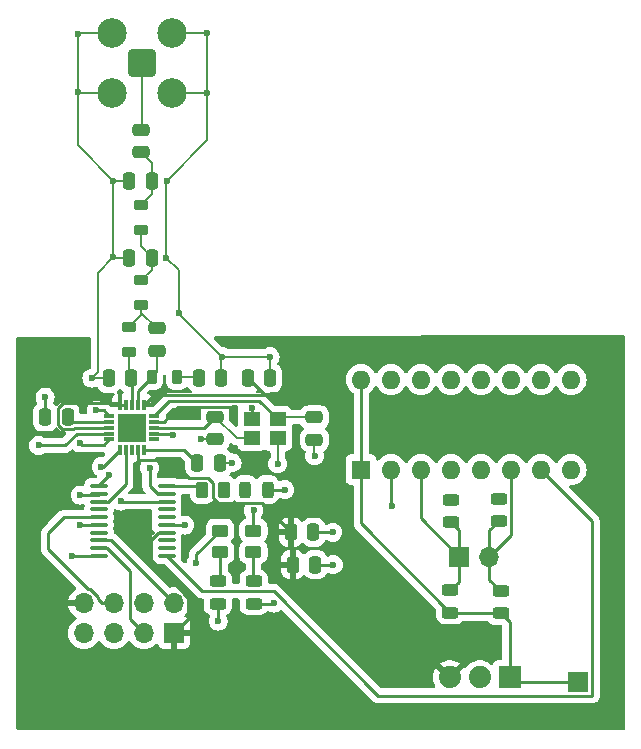
<source format=gbr>
%TF.GenerationSoftware,KiCad,Pcbnew,8.0.4*%
%TF.CreationDate,2024-10-15T15:40:35-05:00*%
%TF.ProjectId,verification_unit,76657269-6669-4636-9174-696f6e5f756e,rev?*%
%TF.SameCoordinates,Original*%
%TF.FileFunction,Copper,L1,Top*%
%TF.FilePolarity,Positive*%
%FSLAX46Y46*%
G04 Gerber Fmt 4.6, Leading zero omitted, Abs format (unit mm)*
G04 Created by KiCad (PCBNEW 8.0.4) date 2024-10-15 15:40:35*
%MOMM*%
%LPD*%
G01*
G04 APERTURE LIST*
G04 Aperture macros list*
%AMRoundRect*
0 Rectangle with rounded corners*
0 $1 Rounding radius*
0 $2 $3 $4 $5 $6 $7 $8 $9 X,Y pos of 4 corners*
0 Add a 4 corners polygon primitive as box body*
4,1,4,$2,$3,$4,$5,$6,$7,$8,$9,$2,$3,0*
0 Add four circle primitives for the rounded corners*
1,1,$1+$1,$2,$3*
1,1,$1+$1,$4,$5*
1,1,$1+$1,$6,$7*
1,1,$1+$1,$8,$9*
0 Add four rect primitives between the rounded corners*
20,1,$1+$1,$2,$3,$4,$5,0*
20,1,$1+$1,$4,$5,$6,$7,0*
20,1,$1+$1,$6,$7,$8,$9,0*
20,1,$1+$1,$8,$9,$2,$3,0*%
G04 Aperture macros list end*
%TA.AperFunction,SMDPad,CuDef*%
%ADD10R,1.400000X1.200000*%
%TD*%
%TA.AperFunction,SMDPad,CuDef*%
%ADD11RoundRect,0.243750X0.456250X-0.243750X0.456250X0.243750X-0.456250X0.243750X-0.456250X-0.243750X0*%
%TD*%
%TA.AperFunction,SMDPad,CuDef*%
%ADD12RoundRect,0.250000X0.475000X-0.250000X0.475000X0.250000X-0.475000X0.250000X-0.475000X-0.250000X0*%
%TD*%
%TA.AperFunction,ComponentPad*%
%ADD13R,1.700000X1.700000*%
%TD*%
%TA.AperFunction,ComponentPad*%
%ADD14O,1.700000X1.700000*%
%TD*%
%TA.AperFunction,SMDPad,CuDef*%
%ADD15RoundRect,0.100000X0.637500X0.100000X-0.637500X0.100000X-0.637500X-0.100000X0.637500X-0.100000X0*%
%TD*%
%TA.AperFunction,SMDPad,CuDef*%
%ADD16R,0.304800X0.952500*%
%TD*%
%TA.AperFunction,SMDPad,CuDef*%
%ADD17R,0.952500X0.304800*%
%TD*%
%TA.AperFunction,ComponentPad*%
%ADD18C,0.508000*%
%TD*%
%TA.AperFunction,SMDPad,CuDef*%
%ADD19R,2.413000X2.413000*%
%TD*%
%TA.AperFunction,SMDPad,CuDef*%
%ADD20RoundRect,0.250000X-0.250000X-0.475000X0.250000X-0.475000X0.250000X0.475000X-0.250000X0.475000X0*%
%TD*%
%TA.AperFunction,ComponentPad*%
%ADD21R,1.600000X1.600000*%
%TD*%
%TA.AperFunction,ComponentPad*%
%ADD22O,1.600000X1.600000*%
%TD*%
%TA.AperFunction,SMDPad,CuDef*%
%ADD23RoundRect,0.250000X0.250000X0.475000X-0.250000X0.475000X-0.250000X-0.475000X0.250000X-0.475000X0*%
%TD*%
%TA.AperFunction,SMDPad,CuDef*%
%ADD24RoundRect,0.250000X0.262500X0.450000X-0.262500X0.450000X-0.262500X-0.450000X0.262500X-0.450000X0*%
%TD*%
%TA.AperFunction,ComponentPad*%
%ADD25R,1.879600X1.879600*%
%TD*%
%TA.AperFunction,ComponentPad*%
%ADD26C,1.879600*%
%TD*%
%TA.AperFunction,ComponentPad*%
%ADD27RoundRect,0.200100X-0.949900X-0.949900X0.949900X-0.949900X0.949900X0.949900X-0.949900X0.949900X0*%
%TD*%
%TA.AperFunction,ComponentPad*%
%ADD28C,2.500000*%
%TD*%
%TA.AperFunction,SMDPad,CuDef*%
%ADD29RoundRect,0.250000X-0.475000X0.250000X-0.475000X-0.250000X0.475000X-0.250000X0.475000X0.250000X0*%
%TD*%
%TA.AperFunction,SMDPad,CuDef*%
%ADD30RoundRect,0.218750X0.381250X-0.218750X0.381250X0.218750X-0.381250X0.218750X-0.381250X-0.218750X0*%
%TD*%
%TA.AperFunction,SMDPad,CuDef*%
%ADD31RoundRect,0.250000X0.450000X-0.262500X0.450000X0.262500X-0.450000X0.262500X-0.450000X-0.262500X0*%
%TD*%
%TA.AperFunction,SMDPad,CuDef*%
%ADD32RoundRect,0.218750X0.218750X0.381250X-0.218750X0.381250X-0.218750X-0.381250X0.218750X-0.381250X0*%
%TD*%
%TA.AperFunction,SMDPad,CuDef*%
%ADD33RoundRect,0.243750X0.243750X0.456250X-0.243750X0.456250X-0.243750X-0.456250X0.243750X-0.456250X0*%
%TD*%
%TA.AperFunction,ViaPad*%
%ADD34C,0.600000*%
%TD*%
%TA.AperFunction,Conductor*%
%ADD35C,0.254000*%
%TD*%
%TA.AperFunction,Conductor*%
%ADD36C,0.200000*%
%TD*%
G04 APERTURE END LIST*
D10*
%TO.P,Y1,1,X'TAL_1*%
%TO.N,OSC_IN*%
X136638651Y-99561351D03*
%TO.P,Y1,2,NC_1*%
%TO.N,GND*%
X138838651Y-99561351D03*
%TO.P,Y1,3,X'TAL_2*%
%TO.N,OSC_OUT*%
X138838651Y-97961351D03*
%TO.P,Y1,4,NC_2*%
%TO.N,GND*%
X136638651Y-97961351D03*
%TD*%
D11*
%TO.P,D11,1,K*%
%TO.N,Mplus*%
X153518651Y-106633851D03*
%TO.P,D11,2,A*%
%TO.N,GND*%
X153518651Y-104758851D03*
%TD*%
D12*
%TO.P,C12,1*%
%TO.N,Net-(C11-Pad2)*%
X127228651Y-75356351D03*
%TO.P,C12,2*%
%TO.N,Net-(J2-In)*%
X127228651Y-73456351D03*
%TD*%
D11*
%TO.P,D13,1,K*%
%TO.N,VDD_5V*%
X157708651Y-114383851D03*
%TO.P,D13,2,A*%
%TO.N,Mneg*%
X157708651Y-112508851D03*
%TD*%
D13*
%TO.P,J3,1,Pin_1*%
%TO.N,Mplus*%
X154218651Y-109586351D03*
D14*
%TO.P,J3,2,Pin_2*%
%TO.N,Mneg*%
X156758651Y-109586351D03*
%TD*%
D15*
%TO.P,U1,1,PB7*%
%TO.N,MTR_CTRL_R*%
X129433651Y-109501351D03*
%TO.P,U1,2,PC14*%
%TO.N,unconnected-(U1-PC14-Pad2)*%
X129433651Y-108851351D03*
%TO.P,U1,3,PC15*%
%TO.N,unconnected-(U1-PC15-Pad3)*%
X129433651Y-108201351D03*
%TO.P,U1,4,VDD*%
%TO.N,VDD*%
X129433651Y-107551351D03*
%TO.P,U1,5,VSS*%
%TO.N,GND*%
X129433651Y-106901351D03*
%TO.P,U1,6,PF2*%
%TO.N,unconnected-(U1-PF2-Pad6)*%
X129433651Y-106251351D03*
%TO.P,U1,7,PA0*%
%TO.N,unconnected-(U1-PA0-Pad7)*%
X129433651Y-105601351D03*
%TO.P,U1,8,PA1*%
%TO.N,SPI_SCLK*%
X129433651Y-104951351D03*
%TO.P,U1,9,PA2*%
%TO.N,SPI_MOSI*%
X129433651Y-104301351D03*
%TO.P,U1,10,PA3*%
%TO.N,Net-(U1-PA3)*%
X129433651Y-103651351D03*
%TO.P,U1,11,PA4*%
%TO.N,SPI_NSS*%
X123708651Y-103651351D03*
%TO.P,U1,12,PA5*%
%TO.N,Net-(U1-PA5)*%
X123708651Y-104301351D03*
%TO.P,U1,13,PA6*%
%TO.N,SPI_MISO*%
X123708651Y-104951351D03*
%TO.P,U1,14,PA7*%
%TO.N,unconnected-(U1-PA7-Pad14)*%
X123708651Y-105601351D03*
%TO.P,U1,15,PA8*%
%TO.N,USART_TX*%
X123708651Y-106251351D03*
%TO.P,U1,16,PA9/PA11*%
%TO.N,Net-(U1-PA9{slash}PA11)*%
X123708651Y-106901351D03*
%TO.P,U1,17,PA10/PA12*%
%TO.N,unconnected-(U1-PA10{slash}PA12-Pad17)*%
X123708651Y-107551351D03*
%TO.P,U1,18,PA13*%
%TO.N,SWDIO*%
X123708651Y-108201351D03*
%TO.P,U1,19,PA14*%
%TO.N,SWCLK*%
X123708651Y-108851351D03*
%TO.P,U1,20,PB6*%
%TO.N,MTR_CTRL_L*%
X123708651Y-109501351D03*
%TD*%
D13*
%TO.P,J1,1,Pin_1*%
%TO.N,VDD*%
X130058651Y-116061351D03*
D14*
%TO.P,J1,2,Pin_2*%
%TO.N,SWDIO*%
X130058651Y-113521351D03*
%TO.P,J1,3,Pin_3*%
%TO.N,SWCLK*%
X127518651Y-116061351D03*
%TO.P,J1,4,Pin_4*%
%TO.N,GND*%
X127518651Y-113521351D03*
%TO.P,J1,5,Pin_5*%
X124978651Y-116061351D03*
%TO.P,J1,6,Pin_6*%
%TO.N,USART_TX*%
X124978651Y-113521351D03*
%TO.P,J1,7,Pin_7*%
%TO.N,USART_RX*%
X122438651Y-116061351D03*
%TO.P,J1,8,Pin_8*%
%TO.N,VDD*%
X122438651Y-113521351D03*
%TD*%
D16*
%TO.P,U3,1,SCLK*%
%TO.N,SPI_SCLK*%
X125488649Y-100568651D03*
%TO.P,U3,2,SO*%
%TO.N,SPI_MISO*%
X125988651Y-100568651D03*
%TO.P,U3,3,GDO2*%
%TO.N,GDO2*%
X126488650Y-100568651D03*
%TO.P,U3,4,DVDD*%
%TO.N,VDD*%
X126988649Y-100568651D03*
%TO.P,U3,5,DCOUPL*%
%TO.N,Net-(U3-DCOUPL)*%
X127488651Y-100568651D03*
D17*
%TO.P,U3,6,GDO0*%
%TO.N,GDO0*%
X128387300Y-99670002D03*
%TO.P,U3,7,CSN*%
%TO.N,SPI_NSS*%
X128387300Y-99170000D03*
%TO.P,U3,8,XOSC_Q1*%
%TO.N,OSC_IN*%
X128387300Y-98670001D03*
%TO.P,U3,9,AVDD*%
%TO.N,VDD*%
X128387300Y-98170002D03*
%TO.P,U3,10,XOSC_Q2*%
%TO.N,OSC_OUT*%
X128387300Y-97670000D03*
D16*
%TO.P,U3,11,AVDD*%
%TO.N,VDD*%
X127488651Y-96771351D03*
%TO.P,U3,12,RF_P*%
%TO.N,RF_P*%
X126988649Y-96771351D03*
%TO.P,U3,13,RF_N*%
%TO.N,RF_N*%
X126488650Y-96771351D03*
%TO.P,U3,14,AVDD*%
%TO.N,VDD*%
X125988651Y-96771351D03*
%TO.P,U3,15,AVDD*%
X125488649Y-96771351D03*
D17*
%TO.P,U3,16,GND*%
%TO.N,GND*%
X124590000Y-97670000D03*
%TO.P,U3,17,RBIAS*%
%TO.N,RBIAS*%
X124590000Y-98170002D03*
%TO.P,U3,18,DGUARD*%
%TO.N,VDD*%
X124590000Y-98670001D03*
%TO.P,U3,19,GND*%
%TO.N,GND*%
X124590000Y-99170000D03*
%TO.P,U3,20,SI*%
%TO.N,SPI_MOSI*%
X124590000Y-99670002D03*
D18*
%TO.P,U3,21,EPAD*%
%TO.N,GND*%
X125731250Y-99450001D03*
X126461250Y-99450001D03*
X127228650Y-99450001D03*
X125761250Y-98670001D03*
D19*
X126488650Y-98670001D03*
D18*
X126491250Y-98670001D03*
X127258650Y-98670001D03*
X125778650Y-97880001D03*
X126508650Y-97880001D03*
X127276050Y-97880001D03*
%TD*%
D20*
%TO.P,C4,1*%
%TO.N,VDD*%
X136288651Y-94471351D03*
%TO.P,C4,2*%
%TO.N,GND*%
X138188651Y-94471351D03*
%TD*%
D21*
%TO.P,U2,1,EN1\u002C2*%
%TO.N,VDD_5V*%
X145898651Y-102221351D03*
D22*
%TO.P,U2,2,1A*%
%TO.N,MTR_CTRL_L*%
X148438651Y-102221351D03*
%TO.P,U2,3,1Y*%
%TO.N,Mplus*%
X150978651Y-102221351D03*
%TO.P,U2,4,GND*%
%TO.N,GND*%
X153518651Y-102221351D03*
%TO.P,U2,5,GND*%
X156058651Y-102221351D03*
%TO.P,U2,6,2Y*%
%TO.N,Mneg*%
X158598651Y-102221351D03*
%TO.P,U2,7,2A*%
%TO.N,MTR_CTRL_R*%
X161138651Y-102221351D03*
%TO.P,U2,8,VCC2*%
%TO.N,unconnected-(U2-VCC2-Pad8)*%
X163678651Y-102221351D03*
%TO.P,U2,9,EN3\u002C4*%
%TO.N,unconnected-(U2-EN3\u002C4-Pad9)*%
X163678651Y-94601351D03*
%TO.P,U2,10,3A*%
%TO.N,unconnected-(U2-3A-Pad10)*%
X161138651Y-94601351D03*
%TO.P,U2,11,3Y*%
%TO.N,unconnected-(U2-3Y-Pad11)*%
X158598651Y-94601351D03*
%TO.P,U2,12,GND*%
%TO.N,unconnected-(U2-GND-Pad12)*%
X156058651Y-94601351D03*
%TO.P,U2,13,GND*%
%TO.N,unconnected-(U2-GND-Pad13)*%
X153518651Y-94601351D03*
%TO.P,U2,14,4Y*%
%TO.N,unconnected-(U2-4Y-Pad14)*%
X150978651Y-94601351D03*
%TO.P,U2,15,4A*%
%TO.N,unconnected-(U2-4A-Pad15)*%
X148438651Y-94601351D03*
%TO.P,U2,16,VCC1*%
%TO.N,VDD_5V*%
X145898651Y-94601351D03*
%TD*%
D23*
%TO.P,C8,1*%
%TO.N,GND*%
X134078651Y-94426351D03*
%TO.P,C8,2*%
%TO.N,Net-(C8-Pad2)*%
X132178651Y-94426351D03*
%TD*%
%TO.P,R1,1*%
%TO.N,RBIAS*%
X121048651Y-97761351D03*
%TO.P,R1,2*%
%TO.N,GND*%
X119148651Y-97761351D03*
%TD*%
D20*
%TO.P,C10,1*%
%TO.N,GND*%
X126278651Y-84266351D03*
%TO.P,C10,2*%
%TO.N,Net-(C10-Pad2)*%
X128178651Y-84266351D03*
%TD*%
D23*
%TO.P,C7,1*%
%TO.N,RF_N*%
X126448651Y-94496351D03*
%TO.P,C7,2*%
%TO.N,GND*%
X124548651Y-94496351D03*
%TD*%
D24*
%TO.P,R2,1*%
%TO.N,Net-(D1-A)*%
X134273651Y-103921351D03*
%TO.P,R2,2*%
%TO.N,Net-(U1-PA3)*%
X132448651Y-103921351D03*
%TD*%
D20*
%TO.P,C2,1*%
%TO.N,VDD*%
X140118651Y-110271351D03*
%TO.P,C2,2*%
%TO.N,GND*%
X142018651Y-110271351D03*
%TD*%
D25*
%TO.P,U4,1,IN*%
%TO.N,VDD_5V*%
X158488651Y-119813351D03*
D26*
%TO.P,U4,2,GND*%
%TO.N,GND*%
X155948651Y-119813351D03*
%TO.P,U4,3,OUT*%
%TO.N,VDD*%
X153408651Y-119813351D03*
%TD*%
D27*
%TO.P,J2,1,In*%
%TO.N,Net-(J2-In)*%
X127368651Y-67776351D03*
D28*
%TO.P,J2,2,Ext*%
%TO.N,GND*%
X124828651Y-65236351D03*
X124828651Y-70316351D03*
X129908651Y-65236351D03*
X129908651Y-70316351D03*
%TD*%
D29*
%TO.P,C3,1*%
%TO.N,OSC_IN*%
X133528651Y-97731351D03*
%TO.P,C3,2*%
%TO.N,GND*%
X133528651Y-99631351D03*
%TD*%
D11*
%TO.P,D2,1,K*%
%TO.N,GND*%
X133768651Y-113561351D03*
%TO.P,D2,2,A*%
%TO.N,Net-(D2-A)*%
X133768651Y-111686351D03*
%TD*%
D30*
%TO.P,L4,1,1*%
%TO.N,Net-(C10-Pad2)*%
X127228651Y-81938851D03*
%TO.P,L4,2,2*%
%TO.N,Net-(C11-Pad2)*%
X127228651Y-79813851D03*
%TD*%
D20*
%TO.P,C11,1*%
%TO.N,GND*%
X126278651Y-77766351D03*
%TO.P,C11,2*%
%TO.N,Net-(C11-Pad2)*%
X128178651Y-77766351D03*
%TD*%
%TO.P,C5,1*%
%TO.N,Net-(U3-DCOUPL)*%
X132028651Y-101651351D03*
%TO.P,C5,2*%
%TO.N,GND*%
X133928651Y-101651351D03*
%TD*%
D30*
%TO.P,L2,1,1*%
%TO.N,RF_N*%
X126208651Y-92298851D03*
%TO.P,L2,2,2*%
%TO.N,Net-(C9-Pad1)*%
X126208651Y-90173851D03*
%TD*%
%TO.P,L3,1,1*%
%TO.N,Net-(C9-Pad1)*%
X127268651Y-88318851D03*
%TO.P,L3,2,2*%
%TO.N,Net-(C10-Pad2)*%
X127268651Y-86193851D03*
%TD*%
D11*
%TO.P,D14,1,K*%
%TO.N,Mneg*%
X157558651Y-106563851D03*
%TO.P,D14,2,A*%
%TO.N,GND*%
X157558651Y-104688851D03*
%TD*%
D29*
%TO.P,C6,1*%
%TO.N,OSC_OUT*%
X141948651Y-97791351D03*
%TO.P,C6,2*%
%TO.N,GND*%
X141948651Y-99691351D03*
%TD*%
D31*
%TO.P,R3,1*%
%TO.N,Net-(D2-A)*%
X133968651Y-109206351D03*
%TO.P,R3,2*%
%TO.N,Net-(U1-PA5)*%
X133968651Y-107381351D03*
%TD*%
%TO.P,R6,1*%
%TO.N,Net-(D3-A)*%
X136778651Y-109206351D03*
%TO.P,R6,2*%
%TO.N,Net-(U1-PA9{slash}PA11)*%
X136778651Y-107381351D03*
%TD*%
D29*
%TO.P,C9,1*%
%TO.N,Net-(C9-Pad1)*%
X128588651Y-90256351D03*
%TO.P,C9,2*%
%TO.N,RF_P*%
X128588651Y-92156351D03*
%TD*%
D11*
%TO.P,D3,1,K*%
%TO.N,GND*%
X136808651Y-113561351D03*
%TO.P,D3,2,A*%
%TO.N,Net-(D3-A)*%
X136808651Y-111686351D03*
%TD*%
D32*
%TO.P,L1,1,1*%
%TO.N,Net-(C8-Pad2)*%
X130301151Y-94366351D03*
%TO.P,L1,2,2*%
%TO.N,RF_P*%
X128176151Y-94366351D03*
%TD*%
D33*
%TO.P,D1,1,K*%
%TO.N,GND*%
X137976151Y-103911351D03*
%TO.P,D1,2,A*%
%TO.N,Net-(D1-A)*%
X136101151Y-103911351D03*
%TD*%
D20*
%TO.P,C1,1*%
%TO.N,VDD*%
X139968651Y-107521351D03*
%TO.P,C1,2*%
%TO.N,GND*%
X141868651Y-107521351D03*
%TD*%
D13*
%TO.P,J4,1,Pin_1*%
%TO.N,VDD_5V*%
X164298651Y-120203351D03*
%TD*%
D11*
%TO.P,D12,1,K*%
%TO.N,VDD_5V*%
X153468651Y-114333851D03*
%TO.P,D12,2,A*%
%TO.N,Mplus*%
X153468651Y-112458851D03*
%TD*%
D34*
%TO.N,VDD*%
X135200000Y-97010000D03*
X138410000Y-95930000D03*
%TO.N,GND*%
X124910000Y-84260000D03*
X121890000Y-70270000D03*
X118590000Y-100180000D03*
X139450000Y-103920000D03*
X132870000Y-65230000D03*
X141960000Y-101050000D03*
X138840000Y-101730000D03*
X132876351Y-70316351D03*
X124900000Y-77760000D03*
X134110000Y-92650000D03*
X132310000Y-99630000D03*
X138530000Y-113530000D03*
X130960000Y-106920000D03*
X130500000Y-88990000D03*
X143540000Y-110270000D03*
X134968649Y-101651351D03*
X123100000Y-94480000D03*
X133800000Y-115060000D03*
X121890000Y-65330000D03*
X136640000Y-97010000D03*
X129430000Y-77760000D03*
X138190000Y-92670000D03*
X129420000Y-84270000D03*
X143510000Y-107530000D03*
X123490000Y-97200000D03*
X119140000Y-96080000D03*
%TO.N,Net-(U1-PA5)*%
X122110000Y-104380000D03*
X131940000Y-110090000D03*
%TO.N,Net-(U1-PA9{slash}PA11)*%
X136800000Y-105680000D03*
X122130000Y-106910000D03*
%TO.N,MTR_CTRL_L*%
X121420000Y-109510000D03*
X148480000Y-105320000D03*
%TO.N,SPI_MOSI*%
X122110000Y-99970000D03*
X128000000Y-102073000D03*
%TO.N,SPI_NSS*%
X129960000Y-99297001D03*
X124540000Y-102700000D03*
%TO.N,SPI_SCLK*%
X123910000Y-101980000D03*
X125550000Y-104900000D03*
%TD*%
D35*
%TO.N,VDD*%
X129811773Y-101371901D02*
X131334223Y-102894351D01*
X120692074Y-96570000D02*
X125287298Y-96570000D01*
X138410000Y-95930000D02*
X139380000Y-95930000D01*
X132957079Y-102894351D02*
X133381851Y-103319123D01*
X131280000Y-114840002D02*
X130058651Y-116061351D01*
X133793000Y-105053000D02*
X137500300Y-105053000D01*
X121687929Y-98670001D02*
X121544579Y-98813351D01*
X135094351Y-96904351D02*
X135200000Y-97010000D01*
X127061649Y-101371901D02*
X129811773Y-101371901D01*
X137500300Y-105053000D02*
X139968651Y-107521351D01*
X127010000Y-101720000D02*
X126988649Y-101698649D01*
X137747300Y-95930000D02*
X138410000Y-95930000D01*
X139380000Y-95930000D02*
X139400000Y-95950000D01*
X128696152Y-107551351D02*
X128104676Y-108142827D01*
X126988649Y-100568651D02*
X126988649Y-101490000D01*
X138409000Y-95929000D02*
X138410000Y-95930000D01*
X120221651Y-97040423D02*
X120692074Y-96570000D01*
X131334223Y-102894351D02*
X132957079Y-102894351D01*
X129169948Y-98170002D02*
X130435599Y-96904351D01*
X136288651Y-94471351D02*
X137747300Y-95930000D01*
X121544579Y-98813351D02*
X120552723Y-98813351D01*
X120221651Y-98482279D02*
X120221651Y-97040423D01*
X124590000Y-98670001D02*
X121687929Y-98670001D01*
X128104676Y-108142827D02*
X128104676Y-109902846D01*
X125988651Y-96771351D02*
X125488649Y-96771351D01*
X128331002Y-95929000D02*
X138409000Y-95929000D01*
X120552723Y-98813351D02*
X120221651Y-98482279D01*
X129433651Y-107551351D02*
X128696152Y-107551351D01*
X126988649Y-100568651D02*
X126988649Y-101298901D01*
X128387300Y-98170002D02*
X129169948Y-98170002D01*
X131280000Y-113078170D02*
X131280000Y-114840002D01*
X125287298Y-96570000D02*
X125488649Y-96771351D01*
X126988649Y-101490000D02*
X126988649Y-101698649D01*
X130435599Y-96904351D02*
X135094351Y-96904351D01*
X126988649Y-101298901D02*
X127061649Y-101371901D01*
X127488651Y-96771351D02*
X128331002Y-95929000D01*
X128104676Y-109902846D02*
X131280000Y-113078170D01*
X133381851Y-103319123D02*
X133381851Y-104641851D01*
X133381851Y-104641851D02*
X133793000Y-105053000D01*
D36*
%TO.N,GND*%
X132876351Y-74313649D02*
X132876351Y-70316351D01*
X124828651Y-70316351D02*
X121936351Y-70316351D01*
X138188651Y-94471351D02*
X138188651Y-92671349D01*
X123116351Y-94496351D02*
X123100000Y-94480000D01*
D35*
X137976151Y-103911351D02*
X139441351Y-103911351D01*
X133768651Y-115028651D02*
X133800000Y-115060000D01*
D36*
X130500000Y-89040000D02*
X130500000Y-88990000D01*
X132863649Y-65236351D02*
X132870000Y-65230000D01*
X124906351Y-77766351D02*
X124900000Y-77760000D01*
X124828651Y-65236351D02*
X121983649Y-65236351D01*
X134970000Y-101650000D02*
X134968649Y-101651351D01*
D35*
X136638651Y-97961351D02*
X136638651Y-97011349D01*
D36*
X133528651Y-99631351D02*
X132311351Y-99631351D01*
X132311351Y-99631351D02*
X132310000Y-99630000D01*
D35*
X143501351Y-107521351D02*
X143510000Y-107530000D01*
D36*
X138170000Y-92650000D02*
X138190000Y-92670000D01*
D35*
X124590000Y-99170000D02*
X121829983Y-99170000D01*
X136808651Y-113561351D02*
X138498649Y-113561351D01*
D36*
X132876351Y-65236351D02*
X132870000Y-65230000D01*
X123630000Y-85540000D02*
X124910000Y-84260000D01*
X129420000Y-84270000D02*
X129420000Y-77770000D01*
D35*
X124590000Y-97670000D02*
X124120000Y-97200000D01*
D36*
X124548651Y-94496351D02*
X123116351Y-94496351D01*
X124916351Y-84266351D02*
X124910000Y-84260000D01*
D35*
X121829983Y-99170000D02*
X120819983Y-100180000D01*
D36*
X121936351Y-70316351D02*
X121890000Y-70270000D01*
X134110000Y-92650000D02*
X130500000Y-89040000D01*
X129430000Y-77760000D02*
X132876351Y-74313649D01*
X123630000Y-93950000D02*
X123630000Y-85540000D01*
X134110000Y-92650000D02*
X138170000Y-92650000D01*
X124900000Y-77760000D02*
X124900000Y-84250000D01*
D35*
X136638651Y-97011349D02*
X136640000Y-97010000D01*
D36*
X129908651Y-65236351D02*
X132863649Y-65236351D01*
X126278651Y-77766351D02*
X124906351Y-77766351D01*
X129908651Y-70316351D02*
X132876351Y-70316351D01*
X121890000Y-65330000D02*
X121890000Y-70270000D01*
X138838651Y-101728651D02*
X138840000Y-101730000D01*
X129420000Y-77770000D02*
X129430000Y-77760000D01*
D35*
X130941351Y-106901351D02*
X130960000Y-106920000D01*
X138498649Y-113561351D02*
X138530000Y-113530000D01*
X129433651Y-106901351D02*
X130941351Y-106901351D01*
D36*
X121890000Y-70270000D02*
X121890000Y-74750000D01*
D35*
X119148651Y-97761351D02*
X119148651Y-96088651D01*
D36*
X141948651Y-99691351D02*
X141948651Y-101038651D01*
X138838651Y-99561351D02*
X138838651Y-101728651D01*
D35*
X143538649Y-110271351D02*
X143540000Y-110270000D01*
D36*
X134078651Y-92681349D02*
X134110000Y-92650000D01*
X121983649Y-65236351D02*
X121890000Y-65330000D01*
X124900000Y-84250000D02*
X124910000Y-84260000D01*
X123100000Y-94480000D02*
X123630000Y-93950000D01*
D35*
X141868651Y-107521351D02*
X143501351Y-107521351D01*
D36*
X130500000Y-85350000D02*
X129420000Y-84270000D01*
X141948651Y-101038651D02*
X141960000Y-101050000D01*
X134078651Y-94426351D02*
X134078651Y-92681349D01*
D35*
X142018651Y-110271351D02*
X143538649Y-110271351D01*
D36*
X138188651Y-92671349D02*
X138190000Y-92670000D01*
X132876351Y-70316351D02*
X132876351Y-65236351D01*
D35*
X124120000Y-97200000D02*
X123490000Y-97200000D01*
D36*
X130500000Y-88990000D02*
X130500000Y-85350000D01*
D35*
X133768651Y-113561351D02*
X133768651Y-115028651D01*
D36*
X133928651Y-101651351D02*
X134968649Y-101651351D01*
X126278651Y-84266351D02*
X124916351Y-84266351D01*
X121890000Y-74750000D02*
X124900000Y-77760000D01*
D35*
X120819983Y-100180000D02*
X118590000Y-100180000D01*
X119148651Y-96088651D02*
X119140000Y-96080000D01*
X139441351Y-103911351D02*
X139450000Y-103920000D01*
%TO.N,OSC_IN*%
X133528651Y-97731351D02*
X132590001Y-98670001D01*
D36*
X136638651Y-99561351D02*
X135358651Y-99561351D01*
D35*
X132590001Y-98670001D02*
X128387300Y-98670001D01*
D36*
X135358651Y-99561351D02*
X133528651Y-97731351D01*
D35*
%TO.N,Net-(U3-DCOUPL)*%
X130945951Y-100568651D02*
X127488651Y-100568651D01*
X132028651Y-101651351D02*
X130945951Y-100568651D01*
%TO.N,OSC_OUT*%
X128387300Y-97670000D02*
X129674300Y-96383000D01*
D36*
X141948651Y-97791351D02*
X139008651Y-97791351D01*
D35*
X129674300Y-96383000D02*
X137260300Y-96383000D01*
D36*
X139008651Y-97791351D02*
X138838651Y-97961351D01*
D35*
X137260300Y-96383000D02*
X138838651Y-97961351D01*
%TO.N,Net-(D2-A)*%
X133968651Y-109206351D02*
X133968651Y-111486351D01*
X133968651Y-111486351D02*
X133768651Y-111686351D01*
%TO.N,Net-(D3-A)*%
X136778651Y-111656351D02*
X136808651Y-111686351D01*
X136778651Y-109206351D02*
X136778651Y-111656351D01*
%TO.N,VDD_5V*%
X158488651Y-115163851D02*
X157708651Y-114383851D01*
X164298651Y-120203351D02*
X158878651Y-120203351D01*
X153518651Y-114383851D02*
X153468651Y-114333851D01*
X157708651Y-114383851D02*
X153518651Y-114383851D01*
X145898651Y-106763851D02*
X153468651Y-114333851D01*
X158878651Y-120203351D02*
X158488651Y-119813351D01*
X145898651Y-102221351D02*
X145898651Y-106763851D01*
X145898651Y-94601351D02*
X145898651Y-102221351D01*
X158488651Y-119813351D02*
X158488651Y-115163851D01*
%TO.N,USART_TX*%
X119430000Y-107580000D02*
X120758649Y-106251351D01*
X123981351Y-113521351D02*
X123615651Y-113155651D01*
X123615651Y-113033821D02*
X122926181Y-112344351D01*
X123615651Y-113155651D02*
X123615651Y-113033821D01*
X124978651Y-113521351D02*
X123981351Y-113521351D01*
X122804351Y-112344351D02*
X119430000Y-108970000D01*
X120758649Y-106251351D02*
X123708651Y-106251351D01*
X119430000Y-108970000D02*
X119430000Y-107580000D01*
X122926181Y-112344351D02*
X122804351Y-112344351D01*
%TO.N,SWCLK*%
X126341651Y-114884351D02*
X126341651Y-110790211D01*
X127518651Y-116061351D02*
X126341651Y-114884351D01*
X126341651Y-110790211D02*
X124402791Y-108851351D01*
X124402791Y-108851351D02*
X123708651Y-108851351D01*
%TO.N,SWDIO*%
X130058651Y-113521351D02*
X124738651Y-108201351D01*
X124738651Y-108201351D02*
X123708651Y-108201351D01*
%TO.N,RBIAS*%
X121457302Y-98170002D02*
X124590000Y-98170002D01*
X121048651Y-97761351D02*
X121457302Y-98170002D01*
%TO.N,Net-(U1-PA3)*%
X132178651Y-103651351D02*
X132448651Y-103921351D01*
X129433651Y-103651351D02*
X132178651Y-103651351D01*
%TO.N,Net-(U1-PA5)*%
X122110000Y-104380000D02*
X123630002Y-104380000D01*
X131940000Y-109410002D02*
X131940000Y-110090000D01*
X123630002Y-104380000D02*
X123708651Y-104301351D01*
X133968651Y-107381351D02*
X131940000Y-109410002D01*
%TO.N,Net-(U1-PA9{slash}PA11)*%
X122138649Y-106901351D02*
X122130000Y-106910000D01*
X136778651Y-105701349D02*
X136800000Y-105680000D01*
X123708651Y-106901351D02*
X122138649Y-106901351D01*
X136778651Y-107381351D02*
X136778651Y-105701349D01*
%TO.N,SPI_MISO*%
X123708651Y-104951351D02*
X124446150Y-104951351D01*
X124446150Y-104951351D02*
X125988651Y-103408850D01*
X125988651Y-103408850D02*
X125988651Y-100568651D01*
%TO.N,MTR_CTRL_L*%
X123700002Y-109510000D02*
X123708651Y-109501351D01*
X148438651Y-102221351D02*
X148438651Y-105278651D01*
X121420000Y-109510000D02*
X123700002Y-109510000D01*
X148438651Y-105278651D02*
X148480000Y-105320000D01*
%TO.N,SPI_MOSI*%
X122110000Y-99970000D02*
X122279052Y-100139052D01*
X122279052Y-100139052D02*
X124120950Y-100139052D01*
X124120950Y-100139052D02*
X124590000Y-99670002D01*
X129433651Y-104301351D02*
X128696152Y-104301351D01*
X128696152Y-104301351D02*
X128000000Y-103605199D01*
X128000000Y-103605199D02*
X128000000Y-102073000D01*
%TO.N,SPI_NSS*%
X129960000Y-99297001D02*
X129832999Y-99170000D01*
X123708651Y-103651351D02*
X123708651Y-103531349D01*
X129832999Y-99170000D02*
X128387300Y-99170000D01*
X123708651Y-103531349D02*
X124540000Y-102700000D01*
%TO.N,MTR_CTRL_R*%
X147366002Y-121380351D02*
X138486502Y-112500851D01*
X161138651Y-102221351D02*
X165475651Y-106558351D01*
X138486502Y-112500851D02*
X132433151Y-112500851D01*
X132433151Y-112500851D02*
X129433651Y-109501351D01*
X165475651Y-121380351D02*
X147366002Y-121380351D01*
X165475651Y-106558351D02*
X165475651Y-121380351D01*
%TO.N,SPI_SCLK*%
X125601351Y-104951351D02*
X125550000Y-104900000D01*
X129433651Y-104951351D02*
X125601351Y-104951351D01*
X124077300Y-101980000D02*
X125488649Y-100568651D01*
X123910000Y-101980000D02*
X124077300Y-101980000D01*
D36*
%TO.N,RF_N*%
X126208651Y-94256351D02*
X126448651Y-94496351D01*
X126208651Y-92298851D02*
X126208651Y-94256351D01*
D35*
X126488650Y-94536350D02*
X126488650Y-96771351D01*
X126448651Y-94496351D02*
X126488650Y-94536350D01*
D36*
%TO.N,RF_P*%
X128588651Y-92156351D02*
X128588651Y-93953851D01*
D35*
X126988649Y-95553853D02*
X126988649Y-96771351D01*
D36*
X128588651Y-93953851D02*
X128176151Y-94366351D01*
D35*
X128176151Y-94366351D02*
X126988649Y-95553853D01*
%TO.N,Mplus*%
X154218651Y-109586351D02*
X150978651Y-106346351D01*
X154218651Y-107333851D02*
X154218651Y-109586351D01*
X154218651Y-111708851D02*
X153468651Y-112458851D01*
X153518651Y-106633851D02*
X154218651Y-107333851D01*
X154218651Y-109586351D02*
X154218651Y-111708851D01*
X150978651Y-106346351D02*
X150978651Y-102221351D01*
%TO.N,Mneg*%
X156758651Y-107363851D02*
X156758651Y-109586351D01*
X156758651Y-109586351D02*
X158598651Y-107746351D01*
X158598651Y-107746351D02*
X158598651Y-102221351D01*
X156758651Y-111558851D02*
X157708651Y-112508851D01*
X156758651Y-109586351D02*
X156758651Y-111558851D01*
X157558651Y-106563851D02*
X156758651Y-107363851D01*
D36*
%TO.N,Net-(C8-Pad2)*%
X132118651Y-94366351D02*
X132178651Y-94426351D01*
X130301151Y-94366351D02*
X132118651Y-94366351D01*
%TO.N,Net-(C9-Pad1)*%
X127268651Y-89113851D02*
X126208651Y-90173851D01*
X127268651Y-88318851D02*
X127268651Y-88936351D01*
X127268651Y-88318851D02*
X127268651Y-89113851D01*
X127268651Y-88936351D02*
X128588651Y-90256351D01*
%TO.N,Net-(C10-Pad2)*%
X127228651Y-81938851D02*
X127228651Y-83316351D01*
X127228651Y-83316351D02*
X128178651Y-84266351D01*
X128178651Y-84266351D02*
X128178651Y-85283851D01*
X128178651Y-85283851D02*
X127268651Y-86193851D01*
%TO.N,Net-(C11-Pad2)*%
X128178651Y-78863851D02*
X127228651Y-79813851D01*
X128178651Y-76306351D02*
X128178651Y-77766351D01*
X127228651Y-75356351D02*
X128178651Y-76306351D01*
X128178651Y-77766351D02*
X128178651Y-78863851D01*
%TO.N,Net-(J2-In)*%
X127368651Y-67776351D02*
X127368651Y-73316351D01*
X127368651Y-73316351D02*
X127228651Y-73456351D01*
%TD*%
%TA.AperFunction,Conductor*%
%TO.N,VDD*%
G36*
X168202278Y-90880009D02*
G01*
X168248165Y-90932698D01*
X168259500Y-90984492D01*
X168259500Y-124145500D01*
X168239815Y-124212539D01*
X168187011Y-124258294D01*
X168135500Y-124269500D01*
X116844500Y-124269500D01*
X116777461Y-124249815D01*
X116731706Y-124197011D01*
X116720500Y-124145500D01*
X116720500Y-91113106D01*
X116740185Y-91046067D01*
X116792989Y-91000312D01*
X116844185Y-90989106D01*
X122905191Y-90973908D01*
X122972278Y-90993425D01*
X123018165Y-91046114D01*
X123029500Y-91097908D01*
X123029500Y-93571564D01*
X123009815Y-93638603D01*
X122957011Y-93684358D01*
X122927422Y-93692559D01*
X122927541Y-93693080D01*
X122920753Y-93694629D01*
X122750478Y-93754210D01*
X122597737Y-93850184D01*
X122470184Y-93977737D01*
X122374211Y-94130476D01*
X122314631Y-94300745D01*
X122314630Y-94300750D01*
X122294435Y-94479996D01*
X122294435Y-94480003D01*
X122314630Y-94659249D01*
X122314631Y-94659254D01*
X122374211Y-94829523D01*
X122414748Y-94894036D01*
X122470184Y-94982262D01*
X122597738Y-95109816D01*
X122651562Y-95143636D01*
X122736079Y-95196742D01*
X122750478Y-95205789D01*
X122856604Y-95242924D01*
X122920745Y-95265368D01*
X122920750Y-95265369D01*
X123099996Y-95285565D01*
X123100000Y-95285565D01*
X123100004Y-95285565D01*
X123279249Y-95265369D01*
X123279252Y-95265368D01*
X123279255Y-95265368D01*
X123279256Y-95265367D01*
X123279259Y-95265367D01*
X123343396Y-95242924D01*
X123449522Y-95205789D01*
X123449525Y-95205786D01*
X123452551Y-95204728D01*
X123522330Y-95201165D01*
X123582958Y-95235894D01*
X123611211Y-95282763D01*
X123613802Y-95290580D01*
X123613836Y-95290682D01*
X123613838Y-95290687D01*
X123629226Y-95315635D01*
X123705939Y-95440007D01*
X123829995Y-95564063D01*
X123979317Y-95656165D01*
X124145854Y-95711350D01*
X124248642Y-95721851D01*
X124848659Y-95721850D01*
X124888868Y-95717742D01*
X124957558Y-95730511D01*
X125008444Y-95778391D01*
X125025365Y-95846180D01*
X125002950Y-95912357D01*
X124984780Y-95931090D01*
X124985331Y-95931641D01*
X124979058Y-95937913D01*
X124892898Y-96053007D01*
X124892894Y-96053014D01*
X124842652Y-96187721D01*
X124842650Y-96187728D01*
X124836249Y-96247256D01*
X124836249Y-96618951D01*
X125336249Y-96618951D01*
X125336249Y-95795101D01*
X125329973Y-95795101D01*
X125262934Y-95775416D01*
X125217179Y-95722612D01*
X125207235Y-95653454D01*
X125236260Y-95589898D01*
X125264876Y-95565563D01*
X125266194Y-95564748D01*
X125267307Y-95564063D01*
X125391363Y-95440007D01*
X125393112Y-95437170D01*
X125394820Y-95435634D01*
X125395844Y-95434340D01*
X125396065Y-95434514D01*
X125445057Y-95390447D01*
X125514019Y-95379223D01*
X125578102Y-95407064D01*
X125604188Y-95437168D01*
X125605939Y-95440007D01*
X125729995Y-95564063D01*
X125732427Y-95565563D01*
X125733742Y-95567026D01*
X125735659Y-95568541D01*
X125735400Y-95568868D01*
X125779152Y-95617511D01*
X125790373Y-95686473D01*
X125762530Y-95750555D01*
X125704461Y-95789411D01*
X125667330Y-95795101D01*
X125641049Y-95795101D01*
X125641049Y-96799751D01*
X125621364Y-96866790D01*
X125568560Y-96912545D01*
X125517049Y-96923751D01*
X124784887Y-96923751D01*
X124784887Y-96920297D01*
X124740326Y-96917091D01*
X124696028Y-96888609D01*
X124520011Y-96712591D01*
X124520003Y-96712585D01*
X124489248Y-96692035D01*
X124489247Y-96692035D01*
X124417239Y-96643920D01*
X124417226Y-96643913D01*
X124383785Y-96630062D01*
X124303035Y-96596614D01*
X124303027Y-96596612D01*
X124181807Y-96572500D01*
X124181803Y-96572500D01*
X124031672Y-96572500D01*
X123965700Y-96553494D01*
X123839523Y-96474211D01*
X123669254Y-96414631D01*
X123669249Y-96414630D01*
X123490004Y-96394435D01*
X123489996Y-96394435D01*
X123310750Y-96414630D01*
X123310745Y-96414631D01*
X123140476Y-96474211D01*
X122987737Y-96570184D01*
X122860184Y-96697737D01*
X122764211Y-96850476D01*
X122704631Y-97020745D01*
X122704630Y-97020750D01*
X122684435Y-97199996D01*
X122684435Y-97200003D01*
X122704630Y-97379246D01*
X122706181Y-97386039D01*
X122704489Y-97386425D01*
X122707595Y-97447334D01*
X122672862Y-97507959D01*
X122610866Y-97540182D01*
X122586993Y-97542502D01*
X122173150Y-97542502D01*
X122106111Y-97522817D01*
X122060356Y-97470013D01*
X122049150Y-97418502D01*
X122049150Y-97236349D01*
X122049149Y-97236332D01*
X122038650Y-97133554D01*
X122038649Y-97133551D01*
X122018483Y-97072695D01*
X121983465Y-96967017D01*
X121891363Y-96817695D01*
X121767307Y-96693639D01*
X121617985Y-96601537D01*
X121451448Y-96546352D01*
X121451446Y-96546351D01*
X121348661Y-96535851D01*
X120748649Y-96535851D01*
X120748631Y-96535852D01*
X120645854Y-96546351D01*
X120645851Y-96546352D01*
X120479319Y-96601536D01*
X120479314Y-96601538D01*
X120329993Y-96693640D01*
X120205936Y-96817697D01*
X120204188Y-96820533D01*
X120202480Y-96822068D01*
X120201458Y-96823362D01*
X120201236Y-96823187D01*
X120152240Y-96867256D01*
X120083277Y-96878477D01*
X120019195Y-96850633D01*
X119993114Y-96820533D01*
X119991365Y-96817697D01*
X119867306Y-96693638D01*
X119853029Y-96684832D01*
X119806305Y-96632883D01*
X119795084Y-96563921D01*
X119813134Y-96513321D01*
X119865788Y-96429524D01*
X119870999Y-96414632D01*
X119925368Y-96259255D01*
X119933428Y-96187721D01*
X119945565Y-96080003D01*
X119945565Y-96079996D01*
X119925369Y-95900750D01*
X119925368Y-95900745D01*
X119921449Y-95889546D01*
X119865789Y-95730478D01*
X119860846Y-95722612D01*
X119794807Y-95617511D01*
X119769816Y-95577738D01*
X119642262Y-95450184D01*
X119626067Y-95440008D01*
X119489523Y-95354211D01*
X119319254Y-95294631D01*
X119319249Y-95294630D01*
X119140004Y-95274435D01*
X119139996Y-95274435D01*
X118960750Y-95294630D01*
X118960745Y-95294631D01*
X118790476Y-95354211D01*
X118637737Y-95450184D01*
X118510184Y-95577737D01*
X118414211Y-95730476D01*
X118354631Y-95900745D01*
X118354630Y-95900750D01*
X118334435Y-96079996D01*
X118334435Y-96080003D01*
X118354630Y-96259249D01*
X118354631Y-96259254D01*
X118414211Y-96429524D01*
X118471698Y-96521012D01*
X118490699Y-96588249D01*
X118470332Y-96655084D01*
X118435491Y-96688941D01*
X118435662Y-96689158D01*
X118433550Y-96690827D01*
X118431811Y-96692518D01*
X118429999Y-96693635D01*
X118429994Y-96693639D01*
X118305940Y-96817693D01*
X118213838Y-96967014D01*
X118213836Y-96967019D01*
X118192905Y-97030185D01*
X118158652Y-97133554D01*
X118158652Y-97133555D01*
X118158651Y-97133555D01*
X118148151Y-97236334D01*
X118148151Y-98286352D01*
X118148152Y-98286370D01*
X118158651Y-98389147D01*
X118158652Y-98389150D01*
X118179066Y-98450754D01*
X118213837Y-98555685D01*
X118305939Y-98705007D01*
X118429995Y-98829063D01*
X118579317Y-98921165D01*
X118745854Y-98976350D01*
X118848642Y-98986851D01*
X119448659Y-98986850D01*
X119448667Y-98986849D01*
X119448670Y-98986849D01*
X119504953Y-98981099D01*
X119551448Y-98976350D01*
X119717985Y-98921165D01*
X119867307Y-98829063D01*
X119991363Y-98705007D01*
X119993112Y-98702170D01*
X119994820Y-98700634D01*
X119995844Y-98699340D01*
X119996065Y-98699514D01*
X120045057Y-98655447D01*
X120114019Y-98644223D01*
X120178102Y-98672064D01*
X120204188Y-98702168D01*
X120205939Y-98705007D01*
X120329995Y-98829063D01*
X120479317Y-98921165D01*
X120645854Y-98976350D01*
X120748642Y-98986851D01*
X120826350Y-98986850D01*
X120893388Y-99006534D01*
X120939144Y-99059337D01*
X120949088Y-99128496D01*
X120920064Y-99192052D01*
X120914032Y-99198531D01*
X120596381Y-99516182D01*
X120535060Y-99549666D01*
X120508702Y-99552500D01*
X119131672Y-99552500D01*
X119065700Y-99533494D01*
X118939523Y-99454211D01*
X118769254Y-99394631D01*
X118769249Y-99394630D01*
X118590004Y-99374435D01*
X118589996Y-99374435D01*
X118410750Y-99394630D01*
X118410745Y-99394631D01*
X118240476Y-99454211D01*
X118087737Y-99550184D01*
X117960184Y-99677737D01*
X117864211Y-99830476D01*
X117804631Y-100000745D01*
X117804630Y-100000750D01*
X117784435Y-100179996D01*
X117784435Y-100180003D01*
X117804630Y-100359249D01*
X117804631Y-100359254D01*
X117864211Y-100529523D01*
X117943332Y-100655442D01*
X117960184Y-100682262D01*
X118087738Y-100809816D01*
X118162858Y-100857017D01*
X118235792Y-100902845D01*
X118240478Y-100905789D01*
X118410745Y-100965368D01*
X118410750Y-100965369D01*
X118589996Y-100985565D01*
X118590000Y-100985565D01*
X118590004Y-100985565D01*
X118769249Y-100965369D01*
X118769252Y-100965368D01*
X118769255Y-100965368D01*
X118939522Y-100905789D01*
X119065700Y-100826505D01*
X119131672Y-100807500D01*
X120881787Y-100807500D01*
X120881788Y-100807499D01*
X121003018Y-100783386D01*
X121083767Y-100749937D01*
X121117216Y-100736083D01*
X121219991Y-100667411D01*
X121307394Y-100580008D01*
X121359980Y-100527421D01*
X121421302Y-100493936D01*
X121490993Y-100498920D01*
X121535342Y-100527420D01*
X121607738Y-100599816D01*
X121706466Y-100661851D01*
X121755609Y-100692730D01*
X121760478Y-100695789D01*
X121893793Y-100742438D01*
X121930745Y-100755368D01*
X121930750Y-100755369D01*
X122109997Y-100775565D01*
X122110000Y-100775565D01*
X122110001Y-100775565D01*
X122131781Y-100773110D01*
X122189695Y-100766584D01*
X122215742Y-100766403D01*
X122217244Y-100766551D01*
X122217249Y-100766552D01*
X122217254Y-100766552D01*
X124103966Y-100766552D01*
X124171005Y-100786237D01*
X124216760Y-100839041D01*
X124226704Y-100908199D01*
X124197679Y-100971755D01*
X124191660Y-100978219D01*
X124106077Y-101063803D01*
X124029017Y-101140863D01*
X123967694Y-101174347D01*
X123927453Y-101176401D01*
X123910003Y-101174435D01*
X123909996Y-101174435D01*
X123730750Y-101194630D01*
X123730745Y-101194631D01*
X123560476Y-101254211D01*
X123407737Y-101350184D01*
X123280184Y-101477737D01*
X123184211Y-101630476D01*
X123124631Y-101800745D01*
X123124630Y-101800750D01*
X123104435Y-101979996D01*
X123104435Y-101980003D01*
X123124630Y-102159249D01*
X123124631Y-102159254D01*
X123184211Y-102329523D01*
X123263549Y-102455788D01*
X123280184Y-102482262D01*
X123407738Y-102609816D01*
X123481827Y-102656369D01*
X123528118Y-102708702D01*
X123538767Y-102777755D01*
X123510392Y-102841604D01*
X123503536Y-102849043D01*
X123438047Y-102914532D01*
X123376724Y-102948017D01*
X123350366Y-102950851D01*
X123031787Y-102950851D01*
X122914397Y-102966304D01*
X122914388Y-102966307D01*
X122768311Y-103026814D01*
X122642869Y-103123069D01*
X122546614Y-103248511D01*
X122486107Y-103394588D01*
X122486107Y-103394590D01*
X122472172Y-103500432D01*
X122443905Y-103564328D01*
X122385580Y-103602799D01*
X122315716Y-103603630D01*
X122308280Y-103601288D01*
X122289261Y-103594633D01*
X122289249Y-103594630D01*
X122110004Y-103574435D01*
X122109996Y-103574435D01*
X121930750Y-103594630D01*
X121930745Y-103594631D01*
X121760476Y-103654211D01*
X121607737Y-103750184D01*
X121480184Y-103877737D01*
X121384211Y-104030476D01*
X121324631Y-104200745D01*
X121324630Y-104200750D01*
X121304435Y-104379996D01*
X121304435Y-104380003D01*
X121324630Y-104559249D01*
X121324631Y-104559254D01*
X121384211Y-104729523D01*
X121462099Y-104853480D01*
X121480184Y-104882262D01*
X121607738Y-105009816D01*
X121666451Y-105046708D01*
X121760078Y-105105538D01*
X121760478Y-105105789D01*
X121806375Y-105121849D01*
X121930745Y-105165368D01*
X121930750Y-105165369D01*
X122109996Y-105185565D01*
X122110000Y-105185565D01*
X122110004Y-105185565D01*
X122289249Y-105165369D01*
X122289250Y-105165368D01*
X122289255Y-105165368D01*
X122335069Y-105149336D01*
X122404846Y-105145774D01*
X122465474Y-105180502D01*
X122490585Y-105218925D01*
X122494716Y-105228898D01*
X122502185Y-105298367D01*
X122494717Y-105323801D01*
X122486108Y-105344585D01*
X122486106Y-105344590D01*
X122470651Y-105461989D01*
X122470651Y-105499851D01*
X122450966Y-105566890D01*
X122398162Y-105612645D01*
X122346651Y-105623851D01*
X120696843Y-105623851D01*
X120575619Y-105647964D01*
X120575609Y-105647967D01*
X120461422Y-105695264D01*
X120461409Y-105695271D01*
X120358641Y-105763939D01*
X120358637Y-105763942D01*
X119360592Y-106761989D01*
X119029992Y-107092589D01*
X118942589Y-107179992D01*
X118873917Y-107282767D01*
X118873917Y-107282768D01*
X118860061Y-107316214D01*
X118860062Y-107316215D01*
X118826614Y-107396965D01*
X118803457Y-107513386D01*
X118803456Y-107513391D01*
X118802500Y-107518195D01*
X118802500Y-109031807D01*
X118826612Y-109153028D01*
X118826613Y-109153032D01*
X118826614Y-109153035D01*
X118829697Y-109160478D01*
X118851357Y-109212768D01*
X118851356Y-109212768D01*
X118851357Y-109212769D01*
X118873915Y-109267230D01*
X118921711Y-109338762D01*
X118921712Y-109338763D01*
X118942590Y-109370010D01*
X118942591Y-109370011D01*
X121750248Y-112177667D01*
X121783733Y-112238990D01*
X121778749Y-112308682D01*
X121736877Y-112364615D01*
X121733691Y-112366923D01*
X121567573Y-112483241D01*
X121567571Y-112483242D01*
X121400542Y-112650271D01*
X121400537Y-112650277D01*
X121265051Y-112843771D01*
X121265050Y-112843773D01*
X121165221Y-113057858D01*
X121165218Y-113057864D01*
X121108015Y-113271350D01*
X121108015Y-113271351D01*
X122005639Y-113271351D01*
X121972726Y-113328358D01*
X121938651Y-113455525D01*
X121938651Y-113587177D01*
X121972726Y-113714344D01*
X122005639Y-113771351D01*
X121108015Y-113771351D01*
X121165218Y-113984837D01*
X121165221Y-113984843D01*
X121265050Y-114198929D01*
X121400545Y-114392433D01*
X121567568Y-114559456D01*
X121753246Y-114689470D01*
X121796870Y-114744047D01*
X121804063Y-114813546D01*
X121772541Y-114875900D01*
X121753246Y-114892620D01*
X121567245Y-115022859D01*
X121400156Y-115189948D01*
X121264616Y-115383520D01*
X121264615Y-115383522D01*
X121164749Y-115597686D01*
X121164745Y-115597695D01*
X121103589Y-115825937D01*
X121103587Y-115825947D01*
X121082992Y-116061350D01*
X121082992Y-116061351D01*
X121103587Y-116296754D01*
X121103589Y-116296764D01*
X121164745Y-116525006D01*
X121164747Y-116525010D01*
X121164748Y-116525014D01*
X121244655Y-116696374D01*
X121264616Y-116739181D01*
X121264618Y-116739185D01*
X121372932Y-116893872D01*
X121400156Y-116932752D01*
X121567250Y-117099846D01*
X121643786Y-117153437D01*
X121760816Y-117235383D01*
X121760818Y-117235384D01*
X121760821Y-117235386D01*
X121974988Y-117335254D01*
X122203243Y-117396414D01*
X122373970Y-117411351D01*
X122438650Y-117417010D01*
X122438651Y-117417010D01*
X122438652Y-117417010D01*
X122503332Y-117411351D01*
X122674059Y-117396414D01*
X122902314Y-117335254D01*
X123116481Y-117235386D01*
X123310052Y-117099846D01*
X123477146Y-116932752D01*
X123607076Y-116747193D01*
X123661653Y-116703568D01*
X123731151Y-116696374D01*
X123793506Y-116727897D01*
X123810226Y-116747193D01*
X123940151Y-116932746D01*
X123940156Y-116932752D01*
X124107250Y-117099846D01*
X124183786Y-117153437D01*
X124300816Y-117235383D01*
X124300818Y-117235384D01*
X124300821Y-117235386D01*
X124514988Y-117335254D01*
X124743243Y-117396414D01*
X124913970Y-117411351D01*
X124978650Y-117417010D01*
X124978651Y-117417010D01*
X124978652Y-117417010D01*
X125043332Y-117411351D01*
X125214059Y-117396414D01*
X125442314Y-117335254D01*
X125656481Y-117235386D01*
X125850052Y-117099846D01*
X126017146Y-116932752D01*
X126147076Y-116747193D01*
X126201653Y-116703568D01*
X126271151Y-116696374D01*
X126333506Y-116727897D01*
X126350226Y-116747193D01*
X126480151Y-116932746D01*
X126480156Y-116932752D01*
X126647250Y-117099846D01*
X126723786Y-117153437D01*
X126840816Y-117235383D01*
X126840818Y-117235384D01*
X126840821Y-117235386D01*
X127054988Y-117335254D01*
X127283243Y-117396414D01*
X127453970Y-117411351D01*
X127518650Y-117417010D01*
X127518651Y-117417010D01*
X127518652Y-117417010D01*
X127583332Y-117411351D01*
X127754059Y-117396414D01*
X127982314Y-117335254D01*
X128196481Y-117235386D01*
X128390052Y-117099846D01*
X128512368Y-116977529D01*
X128573687Y-116944047D01*
X128643379Y-116949031D01*
X128699313Y-116990902D01*
X128716228Y-117021879D01*
X128765297Y-117153439D01*
X128765300Y-117153444D01*
X128851460Y-117268538D01*
X128851463Y-117268541D01*
X128966557Y-117354701D01*
X128966564Y-117354705D01*
X129101271Y-117404947D01*
X129101278Y-117404949D01*
X129160806Y-117411350D01*
X129160823Y-117411351D01*
X129808651Y-117411351D01*
X129808651Y-116494363D01*
X129865658Y-116527276D01*
X129992825Y-116561351D01*
X130124477Y-116561351D01*
X130251644Y-116527276D01*
X130308651Y-116494363D01*
X130308651Y-117411351D01*
X130956479Y-117411351D01*
X130956495Y-117411350D01*
X131016023Y-117404949D01*
X131016030Y-117404947D01*
X131150737Y-117354705D01*
X131150744Y-117354701D01*
X131265838Y-117268541D01*
X131265841Y-117268538D01*
X131352001Y-117153444D01*
X131352005Y-117153437D01*
X131402247Y-117018730D01*
X131402249Y-117018723D01*
X131408650Y-116959195D01*
X131408651Y-116959178D01*
X131408651Y-116311351D01*
X130491663Y-116311351D01*
X130524576Y-116254344D01*
X130558651Y-116127177D01*
X130558651Y-115995525D01*
X130524576Y-115868358D01*
X130491663Y-115811351D01*
X131408651Y-115811351D01*
X131408651Y-115163523D01*
X131408650Y-115163506D01*
X131402249Y-115103978D01*
X131402247Y-115103971D01*
X131352005Y-114969264D01*
X131352001Y-114969257D01*
X131265841Y-114854163D01*
X131265838Y-114854160D01*
X131150744Y-114768000D01*
X131150739Y-114767997D01*
X131019179Y-114718928D01*
X130963246Y-114677056D01*
X130938829Y-114611592D01*
X130953681Y-114543319D01*
X130974826Y-114515071D01*
X131097146Y-114392752D01*
X131232686Y-114199181D01*
X131332554Y-113985014D01*
X131393714Y-113756759D01*
X131414310Y-113521351D01*
X131412645Y-113502326D01*
X131407748Y-113446351D01*
X131393714Y-113285943D01*
X131332554Y-113057688D01*
X131232686Y-112843522D01*
X131203757Y-112802206D01*
X131097145Y-112649948D01*
X130930053Y-112482857D01*
X130930046Y-112482852D01*
X130736485Y-112347318D01*
X130736481Y-112347316D01*
X130653630Y-112308682D01*
X130522314Y-112247448D01*
X130522310Y-112247447D01*
X130522306Y-112247445D01*
X130294064Y-112186289D01*
X130294054Y-112186287D01*
X130058652Y-112165692D01*
X130058650Y-112165692D01*
X129823247Y-112186287D01*
X129823234Y-112186290D01*
X129725007Y-112212609D01*
X129655158Y-112210946D01*
X129605234Y-112180515D01*
X125138662Y-107713942D01*
X125138659Y-107713940D01*
X125131638Y-107709249D01*
X125108607Y-107693860D01*
X125077491Y-107673069D01*
X125035886Y-107645269D01*
X125035887Y-107645269D01*
X125023197Y-107640013D01*
X124968794Y-107596172D01*
X124946729Y-107529877D01*
X124946650Y-107525452D01*
X124946650Y-107411989D01*
X124943428Y-107387521D01*
X124931195Y-107294589D01*
X124922585Y-107273805D01*
X124915116Y-107204337D01*
X124922586Y-107178896D01*
X124931195Y-107158113D01*
X124946651Y-107040712D01*
X124946650Y-106761991D01*
X124944592Y-106746361D01*
X124942046Y-106727017D01*
X124931195Y-106644589D01*
X124931193Y-106644585D01*
X124922586Y-106623806D01*
X124915116Y-106554337D01*
X124922586Y-106528896D01*
X124931195Y-106508113D01*
X124946651Y-106390712D01*
X124946650Y-106111991D01*
X124931195Y-105994589D01*
X124931193Y-105994585D01*
X124922586Y-105973806D01*
X124915116Y-105904337D01*
X124922586Y-105878896D01*
X124931195Y-105858113D01*
X124946651Y-105740712D01*
X124946650Y-105690659D01*
X124966333Y-105623622D01*
X125019136Y-105577867D01*
X125088295Y-105567922D01*
X125136622Y-105585666D01*
X125200476Y-105625788D01*
X125200478Y-105625789D01*
X125273499Y-105651340D01*
X125370745Y-105685368D01*
X125370750Y-105685369D01*
X125549996Y-105705565D01*
X125550000Y-105705565D01*
X125550004Y-105705565D01*
X125729249Y-105685369D01*
X125729252Y-105685368D01*
X125729255Y-105685368D01*
X125899522Y-105625789D01*
X125902607Y-105623851D01*
X125943974Y-105597858D01*
X126009947Y-105578851D01*
X128071652Y-105578851D01*
X128138691Y-105598536D01*
X128184446Y-105651340D01*
X128195652Y-105702851D01*
X128195652Y-105740714D01*
X128211104Y-105858104D01*
X128211108Y-105858116D01*
X128219717Y-105878901D01*
X128227184Y-105948370D01*
X128219717Y-105973801D01*
X128211108Y-105994585D01*
X128211106Y-105994590D01*
X128195651Y-106111989D01*
X128195651Y-106390714D01*
X128211104Y-106508104D01*
X128211108Y-106508116D01*
X128219717Y-106528901D01*
X128227184Y-106598370D01*
X128219717Y-106623801D01*
X128211108Y-106644585D01*
X128211106Y-106644590D01*
X128195651Y-106761989D01*
X128195651Y-107040714D01*
X128211104Y-107158104D01*
X128211107Y-107158113D01*
X128219988Y-107179554D01*
X128227455Y-107249024D01*
X128219989Y-107274454D01*
X128211594Y-107294721D01*
X128204138Y-107351351D01*
X128246651Y-107351351D01*
X128313690Y-107371036D01*
X128345026Y-107399864D01*
X128354330Y-107411989D01*
X128367869Y-107429633D01*
X128398291Y-107452976D01*
X128439492Y-107509403D01*
X128443647Y-107579149D01*
X128409434Y-107640070D01*
X128398297Y-107649720D01*
X128367869Y-107673069D01*
X128367868Y-107673070D01*
X128367867Y-107673071D01*
X128345026Y-107702838D01*
X128288598Y-107744041D01*
X128246651Y-107751351D01*
X128204141Y-107751351D01*
X128204139Y-107751352D01*
X128211592Y-107807973D01*
X128211596Y-107807985D01*
X128219988Y-107828246D01*
X128227455Y-107897715D01*
X128219989Y-107923145D01*
X128211107Y-107944589D01*
X128211106Y-107944590D01*
X128195651Y-108061989D01*
X128195651Y-108340714D01*
X128211104Y-108458104D01*
X128211108Y-108458116D01*
X128219717Y-108478901D01*
X128227184Y-108548370D01*
X128219717Y-108573801D01*
X128211108Y-108594585D01*
X128211106Y-108594590D01*
X128195651Y-108711989D01*
X128195651Y-108990714D01*
X128211104Y-109108104D01*
X128211108Y-109108116D01*
X128219717Y-109128901D01*
X128227184Y-109198370D01*
X128219717Y-109223801D01*
X128211108Y-109244585D01*
X128211106Y-109244590D01*
X128195651Y-109361989D01*
X128195651Y-109640714D01*
X128211104Y-109758104D01*
X128211107Y-109758113D01*
X128271615Y-109904192D01*
X128367869Y-110029633D01*
X128493310Y-110125887D01*
X128639389Y-110186395D01*
X128756790Y-110201851D01*
X129195369Y-110201850D01*
X129262408Y-110221534D01*
X129283050Y-110238169D01*
X131945740Y-112900859D01*
X131992618Y-112947737D01*
X132033145Y-112988264D01*
X132033147Y-112988265D01*
X132135907Y-113056927D01*
X132135909Y-113056928D01*
X132135918Y-113056934D01*
X132160923Y-113067291D01*
X132183222Y-113076528D01*
X132225405Y-113094000D01*
X132250117Y-113104237D01*
X132371343Y-113128350D01*
X132371347Y-113128351D01*
X132371348Y-113128351D01*
X132445104Y-113128351D01*
X132512143Y-113148036D01*
X132557898Y-113200840D01*
X132568463Y-113264946D01*
X132568151Y-113267995D01*
X132568151Y-113854706D01*
X132578564Y-113956627D01*
X132633288Y-114121773D01*
X132633293Y-114121784D01*
X132724622Y-114269850D01*
X132724625Y-114269854D01*
X132847647Y-114392876D01*
X132847651Y-114392879D01*
X132995725Y-114484213D01*
X132995727Y-114484214D01*
X133020077Y-114492282D01*
X133028211Y-114494977D01*
X133085657Y-114534748D01*
X133112483Y-114599263D01*
X133100170Y-114668039D01*
X133094207Y-114678653D01*
X133074209Y-114710481D01*
X133014633Y-114880737D01*
X133014630Y-114880750D01*
X132994435Y-115059996D01*
X132994435Y-115060003D01*
X133014630Y-115239249D01*
X133014631Y-115239254D01*
X133074211Y-115409523D01*
X133128455Y-115495851D01*
X133170184Y-115562262D01*
X133297738Y-115689816D01*
X133450478Y-115785789D01*
X133565232Y-115825943D01*
X133620745Y-115845368D01*
X133620750Y-115845369D01*
X133799996Y-115865565D01*
X133800000Y-115865565D01*
X133800004Y-115865565D01*
X133979249Y-115845369D01*
X133979252Y-115845368D01*
X133979255Y-115845368D01*
X134149522Y-115785789D01*
X134302262Y-115689816D01*
X134429816Y-115562262D01*
X134525789Y-115409522D01*
X134585368Y-115239255D01*
X134588058Y-115215379D01*
X134605565Y-115060003D01*
X134605565Y-115059996D01*
X134585369Y-114880750D01*
X134585368Y-114880745D01*
X134525788Y-114710475D01*
X134494167Y-114660152D01*
X134475166Y-114592915D01*
X134495533Y-114526080D01*
X134536879Y-114490356D01*
X134535429Y-114488005D01*
X134612648Y-114440374D01*
X134689654Y-114392877D01*
X134812677Y-114269854D01*
X134904013Y-114121776D01*
X134958738Y-113956626D01*
X134969151Y-113854699D01*
X134969151Y-113268003D01*
X134968839Y-113264946D01*
X134981613Y-113196254D01*
X135029496Y-113145372D01*
X135092198Y-113128351D01*
X135485104Y-113128351D01*
X135552143Y-113148036D01*
X135597898Y-113200840D01*
X135608463Y-113264946D01*
X135608151Y-113267995D01*
X135608151Y-113854706D01*
X135618564Y-113956627D01*
X135673288Y-114121773D01*
X135673293Y-114121784D01*
X135764622Y-114269850D01*
X135764625Y-114269854D01*
X135887647Y-114392876D01*
X135887651Y-114392879D01*
X136035717Y-114484208D01*
X136035720Y-114484209D01*
X136035726Y-114484213D01*
X136200876Y-114538938D01*
X136302803Y-114549351D01*
X136302808Y-114549351D01*
X137314494Y-114549351D01*
X137314499Y-114549351D01*
X137416426Y-114538938D01*
X137581576Y-114484213D01*
X137729654Y-114392877D01*
X137852677Y-114269854D01*
X137858511Y-114260394D01*
X137866309Y-114247754D01*
X137918257Y-114201029D01*
X137971847Y-114188851D01*
X138038223Y-114188851D01*
X138104194Y-114207856D01*
X138180478Y-114255789D01*
X138350745Y-114315368D01*
X138350750Y-114315369D01*
X138529996Y-114335565D01*
X138530000Y-114335565D01*
X138530004Y-114335565D01*
X138709249Y-114315369D01*
X138709252Y-114315368D01*
X138709255Y-114315368D01*
X138879522Y-114255789D01*
X139032262Y-114159816D01*
X139057475Y-114134602D01*
X139118794Y-114101119D01*
X139188486Y-114106103D01*
X139232835Y-114134604D01*
X146965990Y-121867759D01*
X146965994Y-121867762D01*
X147068762Y-121936430D01*
X147068775Y-121936437D01*
X147182962Y-121983734D01*
X147182967Y-121983736D01*
X147182971Y-121983736D01*
X147182972Y-121983737D01*
X147304196Y-122007851D01*
X147304199Y-122007851D01*
X165537456Y-122007851D01*
X165619012Y-121991627D01*
X165658686Y-121983736D01*
X165772884Y-121936434D01*
X165875659Y-121867762D01*
X165963062Y-121780359D01*
X166031734Y-121677584D01*
X166079036Y-121563386D01*
X166103151Y-121442154D01*
X166103151Y-106496548D01*
X166103151Y-106496545D01*
X166079037Y-106375321D01*
X166079036Y-106375320D01*
X166079036Y-106375316D01*
X166079034Y-106375311D01*
X166031737Y-106261124D01*
X166031730Y-106261111D01*
X165963063Y-106158344D01*
X165925450Y-106120731D01*
X165875659Y-106070940D01*
X163539159Y-103734440D01*
X163505674Y-103673117D01*
X163510658Y-103603425D01*
X163552530Y-103547492D01*
X163617994Y-103523075D01*
X163637639Y-103523230D01*
X163678651Y-103526819D01*
X163678651Y-103526818D01*
X163678652Y-103526819D01*
X163678653Y-103526819D01*
X163741036Y-103521361D01*
X163905343Y-103506986D01*
X164125147Y-103448090D01*
X164331385Y-103351919D01*
X164517790Y-103221398D01*
X164678698Y-103060490D01*
X164809219Y-102874085D01*
X164905390Y-102667847D01*
X164964286Y-102448043D01*
X164984119Y-102221351D01*
X164964286Y-101994659D01*
X164905390Y-101774855D01*
X164809219Y-101568617D01*
X164690819Y-101399523D01*
X164678696Y-101382209D01*
X164517792Y-101221305D01*
X164331385Y-101090783D01*
X164331383Y-101090782D01*
X164125148Y-100994612D01*
X164125139Y-100994609D01*
X163905348Y-100935717D01*
X163905344Y-100935716D01*
X163905343Y-100935716D01*
X163905342Y-100935715D01*
X163905337Y-100935715D01*
X163678653Y-100915883D01*
X163678649Y-100915883D01*
X163451964Y-100935715D01*
X163451953Y-100935717D01*
X163232162Y-100994609D01*
X163232153Y-100994612D01*
X163025918Y-101090782D01*
X163025916Y-101090783D01*
X162839509Y-101221305D01*
X162678605Y-101382209D01*
X162548083Y-101568616D01*
X162548082Y-101568618D01*
X162521033Y-101626626D01*
X162474860Y-101679065D01*
X162407667Y-101698217D01*
X162340786Y-101678001D01*
X162296269Y-101626626D01*
X162282719Y-101597568D01*
X162269219Y-101568617D01*
X162150819Y-101399523D01*
X162138696Y-101382209D01*
X161977792Y-101221305D01*
X161791385Y-101090783D01*
X161791383Y-101090782D01*
X161585148Y-100994612D01*
X161585139Y-100994609D01*
X161365348Y-100935717D01*
X161365344Y-100935716D01*
X161365343Y-100935716D01*
X161365342Y-100935715D01*
X161365337Y-100935715D01*
X161138653Y-100915883D01*
X161138649Y-100915883D01*
X160911964Y-100935715D01*
X160911953Y-100935717D01*
X160692162Y-100994609D01*
X160692153Y-100994612D01*
X160485918Y-101090782D01*
X160485916Y-101090783D01*
X160299509Y-101221305D01*
X160138605Y-101382209D01*
X160008083Y-101568616D01*
X160008082Y-101568618D01*
X159981033Y-101626626D01*
X159934860Y-101679065D01*
X159867667Y-101698217D01*
X159800786Y-101678001D01*
X159756269Y-101626626D01*
X159742719Y-101597568D01*
X159729219Y-101568617D01*
X159610819Y-101399523D01*
X159598696Y-101382209D01*
X159437792Y-101221305D01*
X159251385Y-101090783D01*
X159251383Y-101090782D01*
X159045148Y-100994612D01*
X159045139Y-100994609D01*
X158825348Y-100935717D01*
X158825344Y-100935716D01*
X158825343Y-100935716D01*
X158825342Y-100935715D01*
X158825337Y-100935715D01*
X158598653Y-100915883D01*
X158598649Y-100915883D01*
X158371964Y-100935715D01*
X158371953Y-100935717D01*
X158152162Y-100994609D01*
X158152153Y-100994612D01*
X157945918Y-101090782D01*
X157945916Y-101090783D01*
X157759509Y-101221305D01*
X157598605Y-101382209D01*
X157468083Y-101568616D01*
X157468082Y-101568618D01*
X157441033Y-101626626D01*
X157394860Y-101679065D01*
X157327667Y-101698217D01*
X157260786Y-101678001D01*
X157216269Y-101626626D01*
X157202719Y-101597568D01*
X157189219Y-101568617D01*
X157070819Y-101399523D01*
X157058696Y-101382209D01*
X156897792Y-101221305D01*
X156711385Y-101090783D01*
X156711383Y-101090782D01*
X156505148Y-100994612D01*
X156505139Y-100994609D01*
X156285348Y-100935717D01*
X156285344Y-100935716D01*
X156285343Y-100935716D01*
X156285342Y-100935715D01*
X156285337Y-100935715D01*
X156058653Y-100915883D01*
X156058649Y-100915883D01*
X155831964Y-100935715D01*
X155831953Y-100935717D01*
X155612162Y-100994609D01*
X155612153Y-100994612D01*
X155405918Y-101090782D01*
X155405916Y-101090783D01*
X155219509Y-101221305D01*
X155058605Y-101382209D01*
X154928083Y-101568616D01*
X154928082Y-101568618D01*
X154901033Y-101626626D01*
X154854860Y-101679065D01*
X154787667Y-101698217D01*
X154720786Y-101678001D01*
X154676269Y-101626626D01*
X154662719Y-101597568D01*
X154649219Y-101568617D01*
X154530819Y-101399523D01*
X154518696Y-101382209D01*
X154357792Y-101221305D01*
X154171385Y-101090783D01*
X154171383Y-101090782D01*
X153965148Y-100994612D01*
X153965139Y-100994609D01*
X153745348Y-100935717D01*
X153745344Y-100935716D01*
X153745343Y-100935716D01*
X153745342Y-100935715D01*
X153745337Y-100935715D01*
X153518653Y-100915883D01*
X153518649Y-100915883D01*
X153291964Y-100935715D01*
X153291953Y-100935717D01*
X153072162Y-100994609D01*
X153072153Y-100994612D01*
X152865918Y-101090782D01*
X152865916Y-101090783D01*
X152679509Y-101221305D01*
X152518605Y-101382209D01*
X152388083Y-101568616D01*
X152388082Y-101568618D01*
X152361033Y-101626626D01*
X152314860Y-101679065D01*
X152247667Y-101698217D01*
X152180786Y-101678001D01*
X152136269Y-101626626D01*
X152122719Y-101597568D01*
X152109219Y-101568617D01*
X151990819Y-101399523D01*
X151978696Y-101382209D01*
X151817792Y-101221305D01*
X151631385Y-101090783D01*
X151631383Y-101090782D01*
X151425148Y-100994612D01*
X151425139Y-100994609D01*
X151205348Y-100935717D01*
X151205344Y-100935716D01*
X151205343Y-100935716D01*
X151205342Y-100935715D01*
X151205337Y-100935715D01*
X150978653Y-100915883D01*
X150978649Y-100915883D01*
X150751964Y-100935715D01*
X150751953Y-100935717D01*
X150532162Y-100994609D01*
X150532153Y-100994612D01*
X150325918Y-101090782D01*
X150325916Y-101090783D01*
X150139509Y-101221305D01*
X149978605Y-101382209D01*
X149848083Y-101568616D01*
X149848082Y-101568618D01*
X149821033Y-101626626D01*
X149774860Y-101679065D01*
X149707667Y-101698217D01*
X149640786Y-101678001D01*
X149596269Y-101626626D01*
X149582719Y-101597568D01*
X149569219Y-101568617D01*
X149450819Y-101399523D01*
X149438696Y-101382209D01*
X149277792Y-101221305D01*
X149091385Y-101090783D01*
X149091383Y-101090782D01*
X148885148Y-100994612D01*
X148885139Y-100994609D01*
X148665348Y-100935717D01*
X148665344Y-100935716D01*
X148665343Y-100935716D01*
X148665342Y-100935715D01*
X148665337Y-100935715D01*
X148438653Y-100915883D01*
X148438649Y-100915883D01*
X148211964Y-100935715D01*
X148211953Y-100935717D01*
X147992162Y-100994609D01*
X147992153Y-100994612D01*
X147785918Y-101090782D01*
X147785916Y-101090783D01*
X147599509Y-101221305D01*
X147438605Y-101382209D01*
X147421376Y-101406815D01*
X147366798Y-101450439D01*
X147297299Y-101457631D01*
X147234945Y-101426108D01*
X147199533Y-101365877D01*
X147196512Y-101348942D01*
X147192742Y-101313867D01*
X147142448Y-101179022D01*
X147142444Y-101179015D01*
X147056198Y-101063806D01*
X147056195Y-101063803D01*
X146940986Y-100977557D01*
X146940979Y-100977553D01*
X146806133Y-100927259D01*
X146806134Y-100927259D01*
X146746534Y-100920852D01*
X146746532Y-100920851D01*
X146746524Y-100920851D01*
X146746516Y-100920851D01*
X146650151Y-100920851D01*
X146583112Y-100901166D01*
X146537357Y-100848362D01*
X146526151Y-100796851D01*
X146526151Y-95814138D01*
X146545836Y-95747099D01*
X146579028Y-95712563D01*
X146737790Y-95601398D01*
X146898698Y-95440490D01*
X147029219Y-95254085D01*
X147056269Y-95196075D01*
X147102441Y-95143636D01*
X147169634Y-95124484D01*
X147236516Y-95144699D01*
X147281032Y-95196075D01*
X147283406Y-95201165D01*
X147308080Y-95254079D01*
X147308083Y-95254085D01*
X147438605Y-95440492D01*
X147599509Y-95601396D01*
X147599512Y-95601398D01*
X147785917Y-95731919D01*
X147992155Y-95828090D01*
X147992160Y-95828091D01*
X147992162Y-95828092D01*
X148039284Y-95840718D01*
X148211959Y-95886986D01*
X148369225Y-95900745D01*
X148438649Y-95906819D01*
X148438651Y-95906819D01*
X148438653Y-95906819D01*
X148495324Y-95901860D01*
X148665343Y-95886986D01*
X148885147Y-95828090D01*
X149091385Y-95731919D01*
X149277790Y-95601398D01*
X149438698Y-95440490D01*
X149569219Y-95254085D01*
X149596269Y-95196075D01*
X149642441Y-95143636D01*
X149709634Y-95124484D01*
X149776516Y-95144699D01*
X149821032Y-95196075D01*
X149823406Y-95201165D01*
X149848080Y-95254079D01*
X149848083Y-95254085D01*
X149978605Y-95440492D01*
X150139509Y-95601396D01*
X150139512Y-95601398D01*
X150325917Y-95731919D01*
X150532155Y-95828090D01*
X150532160Y-95828091D01*
X150532162Y-95828092D01*
X150579284Y-95840718D01*
X150751959Y-95886986D01*
X150909225Y-95900745D01*
X150978649Y-95906819D01*
X150978651Y-95906819D01*
X150978653Y-95906819D01*
X151035324Y-95901860D01*
X151205343Y-95886986D01*
X151425147Y-95828090D01*
X151631385Y-95731919D01*
X151817790Y-95601398D01*
X151978698Y-95440490D01*
X152109219Y-95254085D01*
X152136269Y-95196075D01*
X152182441Y-95143636D01*
X152249634Y-95124484D01*
X152316516Y-95144699D01*
X152361032Y-95196075D01*
X152363406Y-95201165D01*
X152388080Y-95254079D01*
X152388083Y-95254085D01*
X152518605Y-95440492D01*
X152679509Y-95601396D01*
X152679512Y-95601398D01*
X152865917Y-95731919D01*
X153072155Y-95828090D01*
X153072160Y-95828091D01*
X153072162Y-95828092D01*
X153119284Y-95840718D01*
X153291959Y-95886986D01*
X153449225Y-95900745D01*
X153518649Y-95906819D01*
X153518651Y-95906819D01*
X153518653Y-95906819D01*
X153575324Y-95901860D01*
X153745343Y-95886986D01*
X153965147Y-95828090D01*
X154171385Y-95731919D01*
X154357790Y-95601398D01*
X154518698Y-95440490D01*
X154649219Y-95254085D01*
X154676269Y-95196075D01*
X154722441Y-95143636D01*
X154789634Y-95124484D01*
X154856516Y-95144699D01*
X154901032Y-95196075D01*
X154903406Y-95201165D01*
X154928080Y-95254079D01*
X154928083Y-95254085D01*
X155058605Y-95440492D01*
X155219509Y-95601396D01*
X155219512Y-95601398D01*
X155405917Y-95731919D01*
X155612155Y-95828090D01*
X155612160Y-95828091D01*
X155612162Y-95828092D01*
X155659284Y-95840718D01*
X155831959Y-95886986D01*
X155989225Y-95900745D01*
X156058649Y-95906819D01*
X156058651Y-95906819D01*
X156058653Y-95906819D01*
X156115324Y-95901860D01*
X156285343Y-95886986D01*
X156505147Y-95828090D01*
X156711385Y-95731919D01*
X156897790Y-95601398D01*
X157058698Y-95440490D01*
X157189219Y-95254085D01*
X157216269Y-95196075D01*
X157262441Y-95143636D01*
X157329634Y-95124484D01*
X157396516Y-95144699D01*
X157441032Y-95196075D01*
X157443406Y-95201165D01*
X157468080Y-95254079D01*
X157468083Y-95254085D01*
X157598605Y-95440492D01*
X157759509Y-95601396D01*
X157759512Y-95601398D01*
X157945917Y-95731919D01*
X158152155Y-95828090D01*
X158152160Y-95828091D01*
X158152162Y-95828092D01*
X158199284Y-95840718D01*
X158371959Y-95886986D01*
X158529225Y-95900745D01*
X158598649Y-95906819D01*
X158598651Y-95906819D01*
X158598653Y-95906819D01*
X158655324Y-95901860D01*
X158825343Y-95886986D01*
X159045147Y-95828090D01*
X159251385Y-95731919D01*
X159437790Y-95601398D01*
X159598698Y-95440490D01*
X159729219Y-95254085D01*
X159756269Y-95196075D01*
X159802441Y-95143636D01*
X159869634Y-95124484D01*
X159936516Y-95144699D01*
X159981032Y-95196075D01*
X159983406Y-95201165D01*
X160008080Y-95254079D01*
X160008083Y-95254085D01*
X160138605Y-95440492D01*
X160299509Y-95601396D01*
X160299512Y-95601398D01*
X160485917Y-95731919D01*
X160692155Y-95828090D01*
X160692160Y-95828091D01*
X160692162Y-95828092D01*
X160739284Y-95840718D01*
X160911959Y-95886986D01*
X161069225Y-95900745D01*
X161138649Y-95906819D01*
X161138651Y-95906819D01*
X161138653Y-95906819D01*
X161195324Y-95901860D01*
X161365343Y-95886986D01*
X161585147Y-95828090D01*
X161791385Y-95731919D01*
X161977790Y-95601398D01*
X162138698Y-95440490D01*
X162269219Y-95254085D01*
X162296269Y-95196075D01*
X162342441Y-95143636D01*
X162409634Y-95124484D01*
X162476516Y-95144699D01*
X162521032Y-95196075D01*
X162523406Y-95201165D01*
X162548080Y-95254079D01*
X162548083Y-95254085D01*
X162678605Y-95440492D01*
X162839509Y-95601396D01*
X162839512Y-95601398D01*
X163025917Y-95731919D01*
X163232155Y-95828090D01*
X163232160Y-95828091D01*
X163232162Y-95828092D01*
X163279284Y-95840718D01*
X163451959Y-95886986D01*
X163609225Y-95900745D01*
X163678649Y-95906819D01*
X163678651Y-95906819D01*
X163678653Y-95906819D01*
X163735324Y-95901860D01*
X163905343Y-95886986D01*
X164125147Y-95828090D01*
X164331385Y-95731919D01*
X164517790Y-95601398D01*
X164678698Y-95440490D01*
X164809219Y-95254085D01*
X164905390Y-95047847D01*
X164964286Y-94828043D01*
X164984119Y-94601351D01*
X164964286Y-94374659D01*
X164905390Y-94154855D01*
X164809219Y-93948617D01*
X164678698Y-93762212D01*
X164678696Y-93762209D01*
X164517792Y-93601305D01*
X164331385Y-93470783D01*
X164331383Y-93470782D01*
X164125148Y-93374612D01*
X164125139Y-93374609D01*
X163905348Y-93315717D01*
X163905344Y-93315716D01*
X163905343Y-93315716D01*
X163905342Y-93315715D01*
X163905337Y-93315715D01*
X163678653Y-93295883D01*
X163678649Y-93295883D01*
X163451964Y-93315715D01*
X163451953Y-93315717D01*
X163232162Y-93374609D01*
X163232153Y-93374612D01*
X163025918Y-93470782D01*
X163025916Y-93470783D01*
X162839509Y-93601305D01*
X162678605Y-93762209D01*
X162548083Y-93948616D01*
X162548082Y-93948618D01*
X162521033Y-94006626D01*
X162474860Y-94059065D01*
X162407667Y-94078217D01*
X162340786Y-94058001D01*
X162296269Y-94006626D01*
X162269219Y-93948618D01*
X162269218Y-93948616D01*
X162267626Y-93946343D01*
X162138698Y-93762212D01*
X162138696Y-93762209D01*
X161977792Y-93601305D01*
X161791385Y-93470783D01*
X161791383Y-93470782D01*
X161585148Y-93374612D01*
X161585139Y-93374609D01*
X161365348Y-93315717D01*
X161365344Y-93315716D01*
X161365343Y-93315716D01*
X161365342Y-93315715D01*
X161365337Y-93315715D01*
X161138653Y-93295883D01*
X161138649Y-93295883D01*
X160911964Y-93315715D01*
X160911953Y-93315717D01*
X160692162Y-93374609D01*
X160692153Y-93374612D01*
X160485918Y-93470782D01*
X160485916Y-93470783D01*
X160299509Y-93601305D01*
X160138605Y-93762209D01*
X160008083Y-93948616D01*
X160008082Y-93948618D01*
X159981033Y-94006626D01*
X159934860Y-94059065D01*
X159867667Y-94078217D01*
X159800786Y-94058001D01*
X159756269Y-94006626D01*
X159729219Y-93948618D01*
X159729218Y-93948616D01*
X159727626Y-93946343D01*
X159598698Y-93762212D01*
X159598696Y-93762209D01*
X159437792Y-93601305D01*
X159251385Y-93470783D01*
X159251383Y-93470782D01*
X159045148Y-93374612D01*
X159045139Y-93374609D01*
X158825348Y-93315717D01*
X158825344Y-93315716D01*
X158825343Y-93315716D01*
X158825342Y-93315715D01*
X158825337Y-93315715D01*
X158598653Y-93295883D01*
X158598649Y-93295883D01*
X158371964Y-93315715D01*
X158371953Y-93315717D01*
X158152162Y-93374609D01*
X158152153Y-93374612D01*
X157945918Y-93470782D01*
X157945916Y-93470783D01*
X157759509Y-93601305D01*
X157598605Y-93762209D01*
X157468083Y-93948616D01*
X157468082Y-93948618D01*
X157441033Y-94006626D01*
X157394860Y-94059065D01*
X157327667Y-94078217D01*
X157260786Y-94058001D01*
X157216269Y-94006626D01*
X157189219Y-93948618D01*
X157189218Y-93948616D01*
X157187626Y-93946343D01*
X157058698Y-93762212D01*
X157058696Y-93762209D01*
X156897792Y-93601305D01*
X156711385Y-93470783D01*
X156711383Y-93470782D01*
X156505148Y-93374612D01*
X156505139Y-93374609D01*
X156285348Y-93315717D01*
X156285344Y-93315716D01*
X156285343Y-93315716D01*
X156285342Y-93315715D01*
X156285337Y-93315715D01*
X156058653Y-93295883D01*
X156058649Y-93295883D01*
X155831964Y-93315715D01*
X155831953Y-93315717D01*
X155612162Y-93374609D01*
X155612153Y-93374612D01*
X155405918Y-93470782D01*
X155405916Y-93470783D01*
X155219509Y-93601305D01*
X155058605Y-93762209D01*
X154928083Y-93948616D01*
X154928082Y-93948618D01*
X154901033Y-94006626D01*
X154854860Y-94059065D01*
X154787667Y-94078217D01*
X154720786Y-94058001D01*
X154676269Y-94006626D01*
X154649219Y-93948618D01*
X154649218Y-93948616D01*
X154647626Y-93946343D01*
X154518698Y-93762212D01*
X154518696Y-93762209D01*
X154357792Y-93601305D01*
X154171385Y-93470783D01*
X154171383Y-93470782D01*
X153965148Y-93374612D01*
X153965139Y-93374609D01*
X153745348Y-93315717D01*
X153745344Y-93315716D01*
X153745343Y-93315716D01*
X153745342Y-93315715D01*
X153745337Y-93315715D01*
X153518653Y-93295883D01*
X153518649Y-93295883D01*
X153291964Y-93315715D01*
X153291953Y-93315717D01*
X153072162Y-93374609D01*
X153072153Y-93374612D01*
X152865918Y-93470782D01*
X152865916Y-93470783D01*
X152679509Y-93601305D01*
X152518605Y-93762209D01*
X152388083Y-93948616D01*
X152388082Y-93948618D01*
X152361033Y-94006626D01*
X152314860Y-94059065D01*
X152247667Y-94078217D01*
X152180786Y-94058001D01*
X152136269Y-94006626D01*
X152109219Y-93948618D01*
X152109218Y-93948616D01*
X152107626Y-93946343D01*
X151978698Y-93762212D01*
X151978696Y-93762209D01*
X151817792Y-93601305D01*
X151631385Y-93470783D01*
X151631383Y-93470782D01*
X151425148Y-93374612D01*
X151425139Y-93374609D01*
X151205348Y-93315717D01*
X151205344Y-93315716D01*
X151205343Y-93315716D01*
X151205342Y-93315715D01*
X151205337Y-93315715D01*
X150978653Y-93295883D01*
X150978649Y-93295883D01*
X150751964Y-93315715D01*
X150751953Y-93315717D01*
X150532162Y-93374609D01*
X150532153Y-93374612D01*
X150325918Y-93470782D01*
X150325916Y-93470783D01*
X150139509Y-93601305D01*
X149978605Y-93762209D01*
X149848083Y-93948616D01*
X149848082Y-93948618D01*
X149821033Y-94006626D01*
X149774860Y-94059065D01*
X149707667Y-94078217D01*
X149640786Y-94058001D01*
X149596269Y-94006626D01*
X149569219Y-93948618D01*
X149569218Y-93948616D01*
X149567626Y-93946343D01*
X149438698Y-93762212D01*
X149438696Y-93762209D01*
X149277792Y-93601305D01*
X149091385Y-93470783D01*
X149091383Y-93470782D01*
X148885148Y-93374612D01*
X148885139Y-93374609D01*
X148665348Y-93315717D01*
X148665344Y-93315716D01*
X148665343Y-93315716D01*
X148665342Y-93315715D01*
X148665337Y-93315715D01*
X148438653Y-93295883D01*
X148438649Y-93295883D01*
X148211964Y-93315715D01*
X148211953Y-93315717D01*
X147992162Y-93374609D01*
X147992153Y-93374612D01*
X147785918Y-93470782D01*
X147785916Y-93470783D01*
X147599509Y-93601305D01*
X147438605Y-93762209D01*
X147308083Y-93948616D01*
X147308082Y-93948618D01*
X147281033Y-94006626D01*
X147234860Y-94059065D01*
X147167667Y-94078217D01*
X147100786Y-94058001D01*
X147056269Y-94006626D01*
X147029219Y-93948618D01*
X147029218Y-93948616D01*
X147027626Y-93946343D01*
X146898698Y-93762212D01*
X146898696Y-93762209D01*
X146737792Y-93601305D01*
X146551385Y-93470783D01*
X146551383Y-93470782D01*
X146345148Y-93374612D01*
X146345139Y-93374609D01*
X146125348Y-93315717D01*
X146125344Y-93315716D01*
X146125343Y-93315716D01*
X146125342Y-93315715D01*
X146125337Y-93315715D01*
X145898653Y-93295883D01*
X145898649Y-93295883D01*
X145671964Y-93315715D01*
X145671953Y-93315717D01*
X145452162Y-93374609D01*
X145452153Y-93374612D01*
X145245918Y-93470782D01*
X145245916Y-93470783D01*
X145059509Y-93601305D01*
X144898605Y-93762209D01*
X144768083Y-93948616D01*
X144768082Y-93948618D01*
X144671912Y-94154853D01*
X144671909Y-94154862D01*
X144613017Y-94374653D01*
X144613015Y-94374664D01*
X144593183Y-94601349D01*
X144593183Y-94601352D01*
X144613015Y-94828037D01*
X144613017Y-94828048D01*
X144671909Y-95047839D01*
X144671912Y-95047848D01*
X144768082Y-95254083D01*
X144768083Y-95254085D01*
X144898605Y-95440492D01*
X145059509Y-95601396D01*
X145059512Y-95601398D01*
X145216541Y-95711350D01*
X145218274Y-95712563D01*
X145261899Y-95767139D01*
X145271151Y-95814138D01*
X145271151Y-100796851D01*
X145251466Y-100863890D01*
X145198662Y-100909645D01*
X145147152Y-100920851D01*
X145050781Y-100920851D01*
X145050774Y-100920852D01*
X144991167Y-100927259D01*
X144856322Y-100977553D01*
X144856315Y-100977557D01*
X144741106Y-101063803D01*
X144741103Y-101063806D01*
X144654857Y-101179015D01*
X144654853Y-101179022D01*
X144604559Y-101313868D01*
X144598152Y-101373467D01*
X144598151Y-101373486D01*
X144598151Y-103069221D01*
X144598152Y-103069227D01*
X144604559Y-103128834D01*
X144654853Y-103263679D01*
X144654857Y-103263686D01*
X144741103Y-103378895D01*
X144741106Y-103378898D01*
X144856315Y-103465144D01*
X144856322Y-103465148D01*
X144871082Y-103470653D01*
X144991168Y-103515442D01*
X145050778Y-103521851D01*
X145147151Y-103521850D01*
X145214189Y-103541534D01*
X145259945Y-103594337D01*
X145271151Y-103645850D01*
X145271151Y-106825658D01*
X145295263Y-106946879D01*
X145295264Y-106946883D01*
X145295265Y-106946886D01*
X145315751Y-106996342D01*
X145326822Y-107023069D01*
X145342569Y-107061087D01*
X145342570Y-107061088D01*
X145381165Y-107118848D01*
X145381166Y-107118850D01*
X145411241Y-107163861D01*
X145411244Y-107163864D01*
X152231832Y-113984451D01*
X152265317Y-114045774D01*
X152268151Y-114072132D01*
X152268151Y-114627206D01*
X152278564Y-114729127D01*
X152333288Y-114894273D01*
X152333293Y-114894284D01*
X152424622Y-115042350D01*
X152424625Y-115042354D01*
X152547647Y-115165376D01*
X152547651Y-115165379D01*
X152695717Y-115256708D01*
X152695720Y-115256709D01*
X152695726Y-115256713D01*
X152860876Y-115311438D01*
X152962803Y-115321851D01*
X152962808Y-115321851D01*
X153974494Y-115321851D01*
X153974499Y-115321851D01*
X154076426Y-115311438D01*
X154241576Y-115256713D01*
X154389654Y-115165377D01*
X154507361Y-115047670D01*
X154568684Y-115014185D01*
X154595042Y-115011351D01*
X156545455Y-115011351D01*
X156612494Y-115031036D01*
X156650993Y-115070254D01*
X156664622Y-115092350D01*
X156664625Y-115092354D01*
X156787647Y-115215376D01*
X156787651Y-115215379D01*
X156935717Y-115306708D01*
X156935720Y-115306709D01*
X156935726Y-115306713D01*
X157100876Y-115361438D01*
X157202803Y-115371851D01*
X157737151Y-115371851D01*
X157804190Y-115391536D01*
X157849945Y-115444340D01*
X157861151Y-115495851D01*
X157861151Y-118249051D01*
X157841466Y-118316090D01*
X157788662Y-118361845D01*
X157737152Y-118373051D01*
X157500981Y-118373051D01*
X157500974Y-118373052D01*
X157441367Y-118379459D01*
X157306522Y-118429753D01*
X157306515Y-118429757D01*
X157191306Y-118516003D01*
X157191303Y-118516006D01*
X157105057Y-118631215D01*
X157105053Y-118631223D01*
X157089785Y-118672157D01*
X157047913Y-118728089D01*
X156982448Y-118752505D01*
X156914175Y-118737652D01*
X156897442Y-118726674D01*
X156739128Y-118603453D01*
X156739122Y-118603449D01*
X156529197Y-118489842D01*
X156529192Y-118489840D01*
X156303437Y-118412339D01*
X156146477Y-118386147D01*
X156067998Y-118373051D01*
X155829304Y-118373051D01*
X155770444Y-118382873D01*
X155593864Y-118412339D01*
X155368109Y-118489840D01*
X155368104Y-118489842D01*
X155158180Y-118603449D01*
X154969818Y-118750056D01*
X154969816Y-118750058D01*
X154808159Y-118925666D01*
X154808156Y-118925670D01*
X154782160Y-118965459D01*
X154729013Y-119010814D01*
X154659781Y-119020236D01*
X154596446Y-118990733D01*
X154593629Y-118987482D01*
X154588593Y-118986960D01*
X154037092Y-119538461D01*
X154016399Y-119488503D01*
X153941346Y-119376179D01*
X153845823Y-119280656D01*
X153733499Y-119205603D01*
X153683539Y-119184908D01*
X154235809Y-118632637D01*
X154235809Y-118632635D01*
X154198854Y-118603872D01*
X154198843Y-118603865D01*
X153989000Y-118490304D01*
X153988990Y-118490299D01*
X153763315Y-118412825D01*
X153527955Y-118373551D01*
X153289347Y-118373551D01*
X153053986Y-118412825D01*
X152828311Y-118490299D01*
X152828306Y-118490301D01*
X152618455Y-118603867D01*
X152581490Y-118632637D01*
X153133762Y-119184909D01*
X153083803Y-119205603D01*
X152971479Y-119280656D01*
X152875956Y-119376179D01*
X152800903Y-119488503D01*
X152780208Y-119538462D01*
X152228707Y-118986961D01*
X152138043Y-119125734D01*
X152138041Y-119125738D01*
X152042196Y-119344246D01*
X151983620Y-119575554D01*
X151983618Y-119575562D01*
X151963916Y-119813344D01*
X151963916Y-119813357D01*
X151983618Y-120051139D01*
X151983620Y-120051147D01*
X152042196Y-120282455D01*
X152138044Y-120500970D01*
X152177283Y-120561029D01*
X152197471Y-120627918D01*
X152178292Y-120695104D01*
X152125833Y-120741255D01*
X152073475Y-120752851D01*
X147677283Y-120752851D01*
X147610244Y-120733166D01*
X147589602Y-120716532D01*
X138886511Y-112013441D01*
X138886505Y-112013436D01*
X138875571Y-112006130D01*
X138875496Y-112006081D01*
X138783740Y-111944771D01*
X138783728Y-111944764D01*
X138750287Y-111930913D01*
X138669537Y-111897465D01*
X138669529Y-111897463D01*
X138548309Y-111873351D01*
X138548305Y-111873351D01*
X138133151Y-111873351D01*
X138066112Y-111853666D01*
X138020357Y-111800862D01*
X138009151Y-111749351D01*
X138009151Y-111393008D01*
X138009150Y-111392995D01*
X138003640Y-111339061D01*
X137998738Y-111291076D01*
X137944013Y-111125926D01*
X137944009Y-111125920D01*
X137944008Y-111125917D01*
X137852679Y-110977851D01*
X137852676Y-110977847D01*
X137729654Y-110854825D01*
X137729650Y-110854822D01*
X137634832Y-110796337D01*
X139118652Y-110796337D01*
X139129145Y-110899048D01*
X139184292Y-111065470D01*
X139184294Y-111065475D01*
X139276335Y-111214696D01*
X139400305Y-111338666D01*
X139549526Y-111430707D01*
X139549531Y-111430709D01*
X139715953Y-111485856D01*
X139715960Y-111485857D01*
X139818670Y-111496350D01*
X139868650Y-111496349D01*
X139868651Y-111496349D01*
X139868651Y-110521351D01*
X139118652Y-110521351D01*
X139118652Y-110796337D01*
X137634832Y-110796337D01*
X137581584Y-110763493D01*
X137581578Y-110763490D01*
X137581576Y-110763489D01*
X137491146Y-110733523D01*
X137433702Y-110693751D01*
X137406879Y-110629235D01*
X137406151Y-110615818D01*
X137406151Y-110290204D01*
X137425836Y-110223165D01*
X137478640Y-110177410D01*
X137491133Y-110172503D01*
X137547985Y-110153665D01*
X137697307Y-110061563D01*
X137821363Y-109937507D01*
X137913465Y-109788185D01*
X137927323Y-109746364D01*
X139118651Y-109746364D01*
X139118651Y-110021351D01*
X139868651Y-110021351D01*
X139868651Y-109046351D01*
X140368651Y-109046351D01*
X140368651Y-111496350D01*
X140418623Y-111496350D01*
X140418637Y-111496349D01*
X140521348Y-111485856D01*
X140687770Y-111430709D01*
X140687775Y-111430707D01*
X140836996Y-111338666D01*
X140960969Y-111214693D01*
X140962816Y-111211699D01*
X140964620Y-111210075D01*
X140965449Y-111209028D01*
X140965627Y-111209169D01*
X141014761Y-111164972D01*
X141083724Y-111153747D01*
X141147807Y-111181587D01*
X141173894Y-111211692D01*
X141175939Y-111215007D01*
X141299995Y-111339063D01*
X141449317Y-111431165D01*
X141615854Y-111486350D01*
X141718642Y-111496851D01*
X142318659Y-111496850D01*
X142318667Y-111496849D01*
X142318670Y-111496849D01*
X142374953Y-111491099D01*
X142421448Y-111486350D01*
X142587985Y-111431165D01*
X142737307Y-111339063D01*
X142861363Y-111215007D01*
X142953465Y-111065685D01*
X142963727Y-111034713D01*
X143003499Y-110977270D01*
X143068014Y-110950446D01*
X143136790Y-110962761D01*
X143147406Y-110968725D01*
X143190475Y-110995788D01*
X143360745Y-111055368D01*
X143360750Y-111055369D01*
X143539996Y-111075565D01*
X143540000Y-111075565D01*
X143540004Y-111075565D01*
X143719249Y-111055369D01*
X143719252Y-111055368D01*
X143719255Y-111055368D01*
X143889522Y-110995789D01*
X144042262Y-110899816D01*
X144169816Y-110772262D01*
X144265789Y-110619522D01*
X144325368Y-110449255D01*
X144328931Y-110417632D01*
X144345565Y-110270003D01*
X144345565Y-110269996D01*
X144325369Y-110090750D01*
X144325368Y-110090745D01*
X144281523Y-109965443D01*
X144265789Y-109920478D01*
X144259673Y-109910745D01*
X144203760Y-109821759D01*
X144169816Y-109767738D01*
X144042262Y-109640184D01*
X144036854Y-109636786D01*
X143889523Y-109544211D01*
X143719254Y-109484631D01*
X143719249Y-109484630D01*
X143540004Y-109464435D01*
X143539996Y-109464435D01*
X143360750Y-109484630D01*
X143360745Y-109484631D01*
X143190477Y-109544211D01*
X143146663Y-109571741D01*
X143079426Y-109590740D01*
X143012591Y-109570371D01*
X142967377Y-109517103D01*
X142962989Y-109505760D01*
X142953465Y-109477017D01*
X142861363Y-109327695D01*
X142737307Y-109203639D01*
X142616129Y-109128896D01*
X142587987Y-109111538D01*
X142587982Y-109111536D01*
X142513789Y-109086951D01*
X142421448Y-109056352D01*
X142421446Y-109056351D01*
X142318661Y-109045851D01*
X141718649Y-109045851D01*
X141718631Y-109045852D01*
X141615854Y-109056351D01*
X141615851Y-109056352D01*
X141449319Y-109111536D01*
X141449314Y-109111538D01*
X141299993Y-109203640D01*
X141175939Y-109327694D01*
X141175934Y-109327700D01*
X141173892Y-109331012D01*
X141171898Y-109332804D01*
X141171458Y-109333362D01*
X141171362Y-109333286D01*
X141121942Y-109377734D01*
X141052979Y-109388953D01*
X140988898Y-109361106D01*
X140962819Y-109331007D01*
X140960970Y-109328010D01*
X140960967Y-109328006D01*
X140836996Y-109204035D01*
X140687775Y-109111994D01*
X140687770Y-109111992D01*
X140521348Y-109056845D01*
X140521341Y-109056844D01*
X140418637Y-109046351D01*
X140368651Y-109046351D01*
X139868651Y-109046351D01*
X139868650Y-109046350D01*
X139818680Y-109046351D01*
X139818662Y-109046352D01*
X139715953Y-109056845D01*
X139549531Y-109111992D01*
X139549526Y-109111994D01*
X139400305Y-109204035D01*
X139276335Y-109328005D01*
X139184294Y-109477226D01*
X139184292Y-109477231D01*
X139129145Y-109643653D01*
X139129144Y-109643660D01*
X139118651Y-109746364D01*
X137927323Y-109746364D01*
X137968650Y-109621648D01*
X137979151Y-109518860D01*
X137979150Y-108893843D01*
X137977991Y-108882500D01*
X137968650Y-108791054D01*
X137968649Y-108791051D01*
X137957863Y-108758500D01*
X137913465Y-108624517D01*
X137821363Y-108475195D01*
X137727700Y-108381532D01*
X137694215Y-108320209D01*
X137699199Y-108250517D01*
X137727700Y-108206170D01*
X137774055Y-108159815D01*
X137821363Y-108112507D01*
X137862177Y-108046337D01*
X138968652Y-108046337D01*
X138979145Y-108149048D01*
X139034292Y-108315470D01*
X139034294Y-108315475D01*
X139126335Y-108464696D01*
X139250305Y-108588666D01*
X139399526Y-108680707D01*
X139399531Y-108680709D01*
X139565953Y-108735856D01*
X139565960Y-108735857D01*
X139668670Y-108746350D01*
X139718650Y-108746349D01*
X139718651Y-108746349D01*
X139718651Y-107771351D01*
X138968652Y-107771351D01*
X138968652Y-108046337D01*
X137862177Y-108046337D01*
X137913465Y-107963185D01*
X137968650Y-107796648D01*
X137979151Y-107693860D01*
X137979150Y-107068843D01*
X137978357Y-107061084D01*
X137971746Y-106996364D01*
X138968651Y-106996364D01*
X138968651Y-107271351D01*
X139718651Y-107271351D01*
X139718651Y-106296351D01*
X140218651Y-106296351D01*
X140218651Y-108746350D01*
X140268623Y-108746350D01*
X140268637Y-108746349D01*
X140371348Y-108735856D01*
X140537770Y-108680709D01*
X140537775Y-108680707D01*
X140686996Y-108588666D01*
X140810969Y-108464693D01*
X140812816Y-108461699D01*
X140814620Y-108460075D01*
X140815449Y-108459028D01*
X140815627Y-108459169D01*
X140864761Y-108414972D01*
X140933724Y-108403747D01*
X140997807Y-108431587D01*
X141023894Y-108461692D01*
X141025939Y-108465007D01*
X141149995Y-108589063D01*
X141299317Y-108681165D01*
X141465854Y-108736350D01*
X141568642Y-108746851D01*
X142168659Y-108746850D01*
X142168667Y-108746849D01*
X142168670Y-108746849D01*
X142224953Y-108741099D01*
X142271448Y-108736350D01*
X142437985Y-108681165D01*
X142587307Y-108589063D01*
X142711363Y-108465007D01*
X142803465Y-108315685D01*
X142830583Y-108233845D01*
X142870356Y-108176402D01*
X142934871Y-108149579D01*
X142948289Y-108148851D01*
X142954564Y-108148851D01*
X143020534Y-108167856D01*
X143160478Y-108255789D01*
X143322617Y-108312524D01*
X143330745Y-108315368D01*
X143330750Y-108315369D01*
X143509996Y-108335565D01*
X143510000Y-108335565D01*
X143510004Y-108335565D01*
X143689249Y-108315369D01*
X143689252Y-108315368D01*
X143689255Y-108315368D01*
X143859522Y-108255789D01*
X144012262Y-108159816D01*
X144139816Y-108032262D01*
X144235789Y-107879522D01*
X144295368Y-107709255D01*
X144296933Y-107695368D01*
X144315565Y-107530003D01*
X144315565Y-107529996D01*
X144295369Y-107350750D01*
X144295368Y-107350745D01*
X144271580Y-107282764D01*
X144235789Y-107180478D01*
X144235208Y-107179554D01*
X144184753Y-107099255D01*
X144139816Y-107027738D01*
X144012262Y-106900184D01*
X143974474Y-106876440D01*
X143859523Y-106804211D01*
X143689254Y-106744631D01*
X143689249Y-106744630D01*
X143510004Y-106724435D01*
X143509996Y-106724435D01*
X143330750Y-106744630D01*
X143330745Y-106744631D01*
X143160476Y-106804211D01*
X143076148Y-106857199D01*
X143049146Y-106874166D01*
X143048065Y-106874845D01*
X142982093Y-106893851D01*
X142948289Y-106893851D01*
X142881250Y-106874166D01*
X142835495Y-106821362D01*
X142830583Y-106808855D01*
X142803465Y-106727017D01*
X142711363Y-106577695D01*
X142587307Y-106453639D01*
X142485289Y-106390714D01*
X142437987Y-106361538D01*
X142437982Y-106361536D01*
X142436513Y-106361049D01*
X142271448Y-106306352D01*
X142271446Y-106306351D01*
X142168661Y-106295851D01*
X141568649Y-106295851D01*
X141568631Y-106295852D01*
X141465854Y-106306351D01*
X141465851Y-106306352D01*
X141299319Y-106361536D01*
X141299314Y-106361538D01*
X141149993Y-106453640D01*
X141025939Y-106577694D01*
X141025934Y-106577700D01*
X141023892Y-106581012D01*
X141021898Y-106582804D01*
X141021458Y-106583362D01*
X141021362Y-106583286D01*
X140971942Y-106627734D01*
X140902979Y-106638953D01*
X140838898Y-106611106D01*
X140812819Y-106581007D01*
X140810970Y-106578010D01*
X140810967Y-106578006D01*
X140686996Y-106454035D01*
X140537775Y-106361994D01*
X140537770Y-106361992D01*
X140371348Y-106306845D01*
X140371341Y-106306844D01*
X140268637Y-106296351D01*
X140218651Y-106296351D01*
X139718651Y-106296351D01*
X139718650Y-106296350D01*
X139668680Y-106296351D01*
X139668662Y-106296352D01*
X139565953Y-106306845D01*
X139399531Y-106361992D01*
X139399526Y-106361994D01*
X139250305Y-106454035D01*
X139126335Y-106578005D01*
X139034294Y-106727226D01*
X139034292Y-106727231D01*
X138979145Y-106893653D01*
X138979144Y-106893660D01*
X138968651Y-106996364D01*
X137971746Y-106996364D01*
X137968650Y-106966054D01*
X137968649Y-106966051D01*
X137952003Y-106915817D01*
X137913465Y-106799517D01*
X137821363Y-106650195D01*
X137697307Y-106526139D01*
X137547985Y-106434037D01*
X137547983Y-106434036D01*
X137547981Y-106434035D01*
X137547980Y-106434034D01*
X137491146Y-106415201D01*
X137433701Y-106375428D01*
X137406879Y-106310912D01*
X137406151Y-106297496D01*
X137406151Y-106255326D01*
X137425836Y-106188287D01*
X137427400Y-106186105D01*
X137429812Y-106182265D01*
X137429816Y-106182262D01*
X137525789Y-106029522D01*
X137585368Y-105859255D01*
X137585369Y-105859249D01*
X137605565Y-105680003D01*
X137605565Y-105679996D01*
X137585369Y-105500750D01*
X137585368Y-105500745D01*
X137571807Y-105461989D01*
X137525789Y-105330478D01*
X137519203Y-105319996D01*
X137503414Y-105294868D01*
X137484414Y-105227631D01*
X137504782Y-105160796D01*
X137558050Y-105115582D01*
X137621010Y-105105538D01*
X137682803Y-105111851D01*
X137682808Y-105111851D01*
X138269494Y-105111851D01*
X138269499Y-105111851D01*
X138371426Y-105101438D01*
X138536576Y-105046713D01*
X138684654Y-104955377D01*
X138807677Y-104832354D01*
X138899013Y-104684276D01*
X138899016Y-104684266D01*
X138899160Y-104683959D01*
X138899323Y-104683773D01*
X138902805Y-104678129D01*
X138903769Y-104678723D01*
X138945330Y-104631516D01*
X139012522Y-104612360D01*
X139077519Y-104631363D01*
X139100475Y-104645788D01*
X139270745Y-104705368D01*
X139270750Y-104705369D01*
X139449996Y-104725565D01*
X139450000Y-104725565D01*
X139450004Y-104725565D01*
X139629249Y-104705369D01*
X139629252Y-104705368D01*
X139629255Y-104705368D01*
X139799522Y-104645789D01*
X139952262Y-104549816D01*
X140079816Y-104422262D01*
X140175789Y-104269522D01*
X140235368Y-104099255D01*
X140240878Y-104050351D01*
X140255565Y-103920003D01*
X140255565Y-103919996D01*
X140235369Y-103740750D01*
X140235368Y-103740745D01*
X140211704Y-103673117D01*
X140175789Y-103570478D01*
X140079816Y-103417738D01*
X139952262Y-103290184D01*
X139910091Y-103263686D01*
X139799523Y-103194211D01*
X139629254Y-103134631D01*
X139629249Y-103134630D01*
X139450004Y-103114435D01*
X139449996Y-103114435D01*
X139270750Y-103134630D01*
X139270745Y-103134631D01*
X139100475Y-103194212D01*
X139082951Y-103205222D01*
X139015714Y-103224218D01*
X138948879Y-103203848D01*
X138903668Y-103150578D01*
X138899282Y-103139239D01*
X138899013Y-103138426D01*
X138899009Y-103138419D01*
X138899008Y-103138417D01*
X138807679Y-102990351D01*
X138807676Y-102990347D01*
X138684654Y-102867325D01*
X138684650Y-102867322D01*
X138536584Y-102775993D01*
X138536578Y-102775990D01*
X138536576Y-102775989D01*
X138429305Y-102740443D01*
X138371427Y-102721264D01*
X138269506Y-102710851D01*
X138269499Y-102710851D01*
X137682803Y-102710851D01*
X137682795Y-102710851D01*
X137580874Y-102721264D01*
X137415728Y-102775988D01*
X137415717Y-102775993D01*
X137267651Y-102867322D01*
X137267647Y-102867325D01*
X137144625Y-102990347D01*
X137144622Y-102990351D01*
X137144189Y-102991054D01*
X137143765Y-102991434D01*
X137140144Y-102996015D01*
X137139361Y-102995396D01*
X137092241Y-103037779D01*
X137023279Y-103049000D01*
X136959197Y-103021157D01*
X136937308Y-102995895D01*
X136937158Y-102996015D01*
X136934510Y-102992666D01*
X136933113Y-102991054D01*
X136932679Y-102990351D01*
X136932676Y-102990347D01*
X136809654Y-102867325D01*
X136809650Y-102867322D01*
X136661584Y-102775993D01*
X136661578Y-102775990D01*
X136661576Y-102775989D01*
X136554305Y-102740443D01*
X136496427Y-102721264D01*
X136394506Y-102710851D01*
X136394499Y-102710851D01*
X135807803Y-102710851D01*
X135807795Y-102710851D01*
X135705874Y-102721264D01*
X135540728Y-102775988D01*
X135540717Y-102775993D01*
X135392651Y-102867322D01*
X135280751Y-102979222D01*
X135219428Y-103012706D01*
X135149736Y-103007722D01*
X135105389Y-102979221D01*
X135004808Y-102878640D01*
X135004807Y-102878639D01*
X134895414Y-102811165D01*
X134855487Y-102786538D01*
X134855486Y-102786537D01*
X134855485Y-102786537D01*
X134836409Y-102780216D01*
X134778966Y-102740443D01*
X134752144Y-102675927D01*
X134764460Y-102607152D01*
X134769877Y-102597414D01*
X134771359Y-102595010D01*
X134771363Y-102595007D01*
X134822543Y-102512029D01*
X134874489Y-102465308D01*
X134941963Y-102453909D01*
X134968649Y-102456916D01*
X134968653Y-102456916D01*
X135147898Y-102436720D01*
X135147901Y-102436719D01*
X135147904Y-102436719D01*
X135318171Y-102377140D01*
X135470911Y-102281167D01*
X135598465Y-102153613D01*
X135694438Y-102000873D01*
X135754017Y-101830606D01*
X135754018Y-101830600D01*
X135774214Y-101651354D01*
X135774214Y-101651347D01*
X135754018Y-101472101D01*
X135754017Y-101472096D01*
X135743900Y-101443184D01*
X135694438Y-101301829D01*
X135685517Y-101287632D01*
X135631420Y-101201536D01*
X135598465Y-101149089D01*
X135470911Y-101021535D01*
X135318172Y-100925562D01*
X135147903Y-100865982D01*
X135147898Y-100865981D01*
X134968653Y-100845786D01*
X134968650Y-100845786D01*
X134968649Y-100845786D01*
X134941960Y-100848792D01*
X134873140Y-100836737D01*
X134822541Y-100790669D01*
X134771363Y-100707695D01*
X134647307Y-100583639D01*
X134647306Y-100583638D01*
X134604771Y-100557403D01*
X134558046Y-100505456D01*
X134546823Y-100436493D01*
X134574666Y-100372411D01*
X134582166Y-100364203D01*
X134596363Y-100350007D01*
X134688465Y-100200685D01*
X134739792Y-100045788D01*
X134779563Y-99988346D01*
X134844079Y-99961523D01*
X134912855Y-99973838D01*
X134945178Y-99997114D01*
X134989935Y-100041871D01*
X135076746Y-100091990D01*
X135076748Y-100091992D01*
X135109378Y-100110831D01*
X135126866Y-100120928D01*
X135279594Y-100161852D01*
X135279597Y-100161852D01*
X135321675Y-100161852D01*
X135388714Y-100181537D01*
X135434469Y-100234341D01*
X135441914Y-100261486D01*
X135442775Y-100261283D01*
X135444558Y-100268830D01*
X135494853Y-100403679D01*
X135494857Y-100403686D01*
X135581103Y-100518895D01*
X135581106Y-100518898D01*
X135696315Y-100605144D01*
X135696322Y-100605148D01*
X135831168Y-100655442D01*
X135831167Y-100655442D01*
X135838095Y-100656186D01*
X135890778Y-100661851D01*
X137386523Y-100661850D01*
X137446134Y-100655442D01*
X137580982Y-100605147D01*
X137664340Y-100542744D01*
X137729804Y-100518328D01*
X137798077Y-100533179D01*
X137812962Y-100542745D01*
X137896320Y-100605147D01*
X137896322Y-100605148D01*
X137939763Y-100621350D01*
X138031168Y-100655442D01*
X138090778Y-100661851D01*
X138114148Y-100661850D01*
X138181187Y-100681532D01*
X138226943Y-100734334D01*
X138238151Y-100785850D01*
X138238151Y-101149279D01*
X138218466Y-101216318D01*
X138211099Y-101226590D01*
X138210187Y-101227733D01*
X138114211Y-101380476D01*
X138054631Y-101550745D01*
X138054630Y-101550750D01*
X138034435Y-101729996D01*
X138034435Y-101730003D01*
X138054630Y-101909249D01*
X138054631Y-101909254D01*
X138114211Y-102079523D01*
X138188491Y-102197738D01*
X138210184Y-102232262D01*
X138337738Y-102359816D01*
X138365309Y-102377140D01*
X138478140Y-102448037D01*
X138490478Y-102455789D01*
X138635096Y-102506393D01*
X138660745Y-102515368D01*
X138660750Y-102515369D01*
X138839996Y-102535565D01*
X138840000Y-102535565D01*
X138840004Y-102535565D01*
X139019249Y-102515369D01*
X139019252Y-102515368D01*
X139019255Y-102515368D01*
X139189522Y-102455789D01*
X139342262Y-102359816D01*
X139469816Y-102232262D01*
X139565789Y-102079522D01*
X139625368Y-101909255D01*
X139627116Y-101893745D01*
X139645565Y-101730003D01*
X139645565Y-101729996D01*
X139625369Y-101550750D01*
X139625368Y-101550745D01*
X139622069Y-101541317D01*
X139565789Y-101380478D01*
X139469816Y-101227738D01*
X139469815Y-101227737D01*
X139466204Y-101223209D01*
X139439795Y-101158522D01*
X139439151Y-101145896D01*
X139439151Y-100785850D01*
X139458836Y-100718811D01*
X139511640Y-100673056D01*
X139563151Y-100661850D01*
X139586522Y-100661850D01*
X139586523Y-100661850D01*
X139646134Y-100655442D01*
X139780982Y-100605147D01*
X139896197Y-100518897D01*
X139982447Y-100403682D01*
X140032742Y-100268834D01*
X140039151Y-100209224D01*
X140039150Y-98913479D01*
X140032742Y-98853868D01*
X140032741Y-98853865D01*
X140014398Y-98804685D01*
X140009413Y-98734994D01*
X140014398Y-98718016D01*
X140032740Y-98668839D01*
X140032742Y-98668834D01*
X140039151Y-98609224D01*
X140039151Y-98515851D01*
X140058836Y-98448812D01*
X140111640Y-98403057D01*
X140163151Y-98391851D01*
X140738853Y-98391851D01*
X140805892Y-98411536D01*
X140844392Y-98450754D01*
X140880940Y-98510008D01*
X141004997Y-98634065D01*
X141007833Y-98635814D01*
X141009368Y-98637521D01*
X141010662Y-98638544D01*
X141010487Y-98638765D01*
X141054556Y-98687762D01*
X141065777Y-98756725D01*
X141037933Y-98820807D01*
X141007833Y-98846888D01*
X141004997Y-98848636D01*
X140880940Y-98972693D01*
X140788838Y-99122014D01*
X140788837Y-99122017D01*
X140733652Y-99288554D01*
X140733652Y-99288555D01*
X140733651Y-99288555D01*
X140723151Y-99391334D01*
X140723151Y-99991352D01*
X140723152Y-99991359D01*
X140733651Y-100094147D01*
X140733652Y-100094150D01*
X140788836Y-100260682D01*
X140788838Y-100260687D01*
X140793863Y-100268834D01*
X140877040Y-100403686D01*
X140880940Y-100410008D01*
X141004995Y-100534063D01*
X141156530Y-100627530D01*
X141203255Y-100679478D01*
X141214478Y-100748440D01*
X141208476Y-100774023D01*
X141174632Y-100870742D01*
X141174630Y-100870750D01*
X141154435Y-101049996D01*
X141154435Y-101050003D01*
X141174630Y-101229249D01*
X141174631Y-101229254D01*
X141234211Y-101399523D01*
X141314810Y-101527795D01*
X141330184Y-101552262D01*
X141457738Y-101679816D01*
X141527226Y-101723478D01*
X141609002Y-101774862D01*
X141610478Y-101775789D01*
X141743919Y-101822482D01*
X141780745Y-101835368D01*
X141780750Y-101835369D01*
X141959996Y-101855565D01*
X141960000Y-101855565D01*
X141960004Y-101855565D01*
X142139249Y-101835369D01*
X142139252Y-101835368D01*
X142139255Y-101835368D01*
X142309522Y-101775789D01*
X142462262Y-101679816D01*
X142589816Y-101552262D01*
X142685789Y-101399522D01*
X142745368Y-101229255D01*
X142745539Y-101227737D01*
X142765565Y-101050003D01*
X142765565Y-101049996D01*
X142745369Y-100870750D01*
X142745366Y-100870737D01*
X142707495Y-100762509D01*
X142703933Y-100692730D01*
X142738661Y-100632103D01*
X142759436Y-100616017D01*
X142892307Y-100534063D01*
X143016363Y-100410007D01*
X143108465Y-100260685D01*
X143163650Y-100094148D01*
X143174151Y-99991360D01*
X143174150Y-99391343D01*
X143163650Y-99288554D01*
X143108465Y-99122017D01*
X143016363Y-98972695D01*
X142892307Y-98848639D01*
X142889470Y-98846889D01*
X142887934Y-98845181D01*
X142886640Y-98844158D01*
X142886814Y-98843936D01*
X142842747Y-98794945D01*
X142831523Y-98725983D01*
X142859364Y-98661900D01*
X142889468Y-98635813D01*
X142892307Y-98634063D01*
X143016363Y-98510007D01*
X143108465Y-98360685D01*
X143163650Y-98194148D01*
X143174151Y-98091360D01*
X143174150Y-97491343D01*
X143169654Y-97447334D01*
X143163650Y-97388554D01*
X143163649Y-97388551D01*
X143138772Y-97313478D01*
X143108465Y-97222017D01*
X143016363Y-97072695D01*
X142892307Y-96948639D01*
X142760368Y-96867259D01*
X142742987Y-96856538D01*
X142742982Y-96856536D01*
X142696598Y-96841166D01*
X142576448Y-96801352D01*
X142576446Y-96801351D01*
X142473661Y-96790851D01*
X141423649Y-96790851D01*
X141423631Y-96790852D01*
X141320854Y-96801351D01*
X141320851Y-96801352D01*
X141154319Y-96856536D01*
X141154314Y-96856538D01*
X141004993Y-96948640D01*
X140880940Y-97072693D01*
X140844392Y-97131948D01*
X140792444Y-97178672D01*
X140738853Y-97190851D01*
X140095243Y-97190851D01*
X140028204Y-97171166D01*
X139986412Y-97126280D01*
X139982446Y-97119018D01*
X139896198Y-97003806D01*
X139896195Y-97003803D01*
X139780986Y-96917557D01*
X139780979Y-96917553D01*
X139646133Y-96867259D01*
X139646134Y-96867259D01*
X139586534Y-96860852D01*
X139586532Y-96860851D01*
X139586524Y-96860851D01*
X139586516Y-96860851D01*
X138676932Y-96860851D01*
X138609893Y-96841166D01*
X138589251Y-96824532D01*
X137656001Y-95891281D01*
X137657735Y-95889546D01*
X137624470Y-95840718D01*
X137622595Y-95770873D01*
X137658779Y-95711103D01*
X137721533Y-95680383D01*
X137781471Y-95684897D01*
X137785854Y-95686350D01*
X137888642Y-95696851D01*
X138488659Y-95696850D01*
X138488667Y-95696849D01*
X138488670Y-95696849D01*
X138544953Y-95691099D01*
X138591448Y-95686350D01*
X138757985Y-95631165D01*
X138907307Y-95539063D01*
X139031363Y-95415007D01*
X139123465Y-95265685D01*
X139178650Y-95099148D01*
X139189151Y-94996360D01*
X139189150Y-93946343D01*
X139178650Y-93843554D01*
X139123465Y-93677017D01*
X139031363Y-93527695D01*
X138907307Y-93403639D01*
X138907306Y-93403638D01*
X138848053Y-93367090D01*
X138801329Y-93315142D01*
X138789151Y-93261552D01*
X138789151Y-93254103D01*
X138808836Y-93187064D01*
X138816208Y-93176786D01*
X138819814Y-93172264D01*
X138819816Y-93172262D01*
X138915789Y-93019522D01*
X138975368Y-92849255D01*
X138975369Y-92849249D01*
X138995565Y-92670003D01*
X138995565Y-92669996D01*
X138975369Y-92490750D01*
X138975368Y-92490745D01*
X138915788Y-92320476D01*
X138819815Y-92167737D01*
X138692262Y-92040184D01*
X138539523Y-91944211D01*
X138369254Y-91884631D01*
X138369249Y-91884630D01*
X138190004Y-91864435D01*
X138189996Y-91864435D01*
X138010750Y-91884630D01*
X138010745Y-91884631D01*
X137840477Y-91944211D01*
X137746996Y-92002949D01*
X137704241Y-92029815D01*
X137703160Y-92030494D01*
X137637188Y-92049500D01*
X134692412Y-92049500D01*
X134625373Y-92029815D01*
X134615097Y-92022445D01*
X134612263Y-92020185D01*
X134612262Y-92020184D01*
X134491352Y-91944211D01*
X134459521Y-91924210D01*
X134289249Y-91864630D01*
X134202330Y-91854837D01*
X134137916Y-91827770D01*
X134128533Y-91819298D01*
X133468117Y-91158882D01*
X133434632Y-91097559D01*
X133439616Y-91027867D01*
X133481488Y-90971934D01*
X133546952Y-90947517D01*
X133555432Y-90947203D01*
X168135194Y-90860493D01*
X168202278Y-90880009D01*
G37*
%TD.AperFunction*%
%TA.AperFunction,Conductor*%
G36*
X131378691Y-104298536D02*
G01*
X131424446Y-104351340D01*
X131435652Y-104402851D01*
X131435652Y-104421369D01*
X131446151Y-104524147D01*
X131446152Y-104524150D01*
X131486460Y-104645789D01*
X131501337Y-104690685D01*
X131593439Y-104840007D01*
X131717495Y-104964063D01*
X131866817Y-105056165D01*
X132033354Y-105111350D01*
X132136142Y-105121851D01*
X132761159Y-105121850D01*
X132761167Y-105121849D01*
X132761170Y-105121849D01*
X132859043Y-105111851D01*
X132863948Y-105111350D01*
X133030485Y-105056165D01*
X133179807Y-104964063D01*
X133273470Y-104870400D01*
X133334793Y-104836915D01*
X133404485Y-104841899D01*
X133448832Y-104870400D01*
X133542495Y-104964063D01*
X133691817Y-105056165D01*
X133858354Y-105111350D01*
X133961142Y-105121851D01*
X134586159Y-105121850D01*
X134586167Y-105121849D01*
X134586170Y-105121849D01*
X134684043Y-105111851D01*
X134688948Y-105111350D01*
X134855485Y-105056165D01*
X135004807Y-104964063D01*
X135115392Y-104853477D01*
X135176711Y-104819995D01*
X135246403Y-104824979D01*
X135290751Y-104853480D01*
X135392647Y-104955376D01*
X135392651Y-104955379D01*
X135540717Y-105046708D01*
X135540720Y-105046709D01*
X135540726Y-105046713D01*
X135705876Y-105101438D01*
X135807803Y-105111851D01*
X135987222Y-105111851D01*
X136054261Y-105131536D01*
X136100016Y-105184340D01*
X136109960Y-105253498D01*
X136092216Y-105301823D01*
X136074211Y-105330477D01*
X136014631Y-105500745D01*
X136014630Y-105500750D01*
X135994435Y-105679996D01*
X135994435Y-105680003D01*
X136014630Y-105859249D01*
X136014631Y-105859254D01*
X136074211Y-106029522D01*
X136132145Y-106121723D01*
X136151151Y-106187695D01*
X136151151Y-106297496D01*
X136131466Y-106364535D01*
X136078662Y-106410290D01*
X136066156Y-106415201D01*
X136009321Y-106434034D01*
X136009320Y-106434035D01*
X135859993Y-106526140D01*
X135735940Y-106650193D01*
X135643838Y-106799514D01*
X135643836Y-106799519D01*
X135629337Y-106843274D01*
X135588652Y-106966054D01*
X135588652Y-106966055D01*
X135588651Y-106966055D01*
X135578151Y-107068834D01*
X135578151Y-107693852D01*
X135578152Y-107693870D01*
X135588651Y-107796647D01*
X135588652Y-107796650D01*
X135643836Y-107963182D01*
X135643837Y-107963185D01*
X135735534Y-108111851D01*
X135735940Y-108112508D01*
X135829602Y-108206170D01*
X135863087Y-108267493D01*
X135858103Y-108337185D01*
X135829602Y-108381532D01*
X135735940Y-108475193D01*
X135643838Y-108624514D01*
X135643836Y-108624519D01*
X135628838Y-108669781D01*
X135588652Y-108791054D01*
X135588652Y-108791055D01*
X135588651Y-108791055D01*
X135578151Y-108893834D01*
X135578151Y-109518852D01*
X135578152Y-109518870D01*
X135588651Y-109621647D01*
X135588652Y-109621650D01*
X135643836Y-109788182D01*
X135643838Y-109788187D01*
X135678720Y-109844739D01*
X135735939Y-109937507D01*
X135859995Y-110061563D01*
X136009317Y-110153665D01*
X136066156Y-110172499D01*
X136123599Y-110212269D01*
X136150423Y-110276785D01*
X136151151Y-110290204D01*
X136151151Y-110635700D01*
X136131466Y-110702739D01*
X136078662Y-110748494D01*
X136066163Y-110753402D01*
X136035729Y-110763488D01*
X136035726Y-110763489D01*
X136035717Y-110763493D01*
X135887651Y-110854822D01*
X135887647Y-110854825D01*
X135764625Y-110977847D01*
X135764622Y-110977851D01*
X135673293Y-111125917D01*
X135673288Y-111125928D01*
X135618564Y-111291074D01*
X135608151Y-111392995D01*
X135608151Y-111749351D01*
X135588466Y-111816390D01*
X135535662Y-111862145D01*
X135484151Y-111873351D01*
X135093151Y-111873351D01*
X135026112Y-111853666D01*
X134980357Y-111800862D01*
X134969151Y-111749351D01*
X134969151Y-111393008D01*
X134969150Y-111392995D01*
X134963640Y-111339061D01*
X134958738Y-111291076D01*
X134904013Y-111125926D01*
X134904009Y-111125920D01*
X134904008Y-111125917D01*
X134812679Y-110977851D01*
X134812676Y-110977847D01*
X134689651Y-110854822D01*
X134655052Y-110833481D01*
X134608329Y-110781533D01*
X134596151Y-110727944D01*
X134596151Y-110290204D01*
X134615836Y-110223165D01*
X134668640Y-110177410D01*
X134681133Y-110172503D01*
X134737985Y-110153665D01*
X134887307Y-110061563D01*
X135011363Y-109937507D01*
X135103465Y-109788185D01*
X135158650Y-109621648D01*
X135169151Y-109518860D01*
X135169150Y-108893843D01*
X135167991Y-108882500D01*
X135158650Y-108791054D01*
X135158649Y-108791051D01*
X135147863Y-108758500D01*
X135103465Y-108624517D01*
X135011363Y-108475195D01*
X134917700Y-108381532D01*
X134884215Y-108320209D01*
X134889199Y-108250517D01*
X134917700Y-108206170D01*
X134964055Y-108159815D01*
X135011363Y-108112507D01*
X135103465Y-107963185D01*
X135158650Y-107796648D01*
X135169151Y-107693860D01*
X135169150Y-107068843D01*
X135168357Y-107061084D01*
X135158650Y-106966054D01*
X135158649Y-106966051D01*
X135142003Y-106915817D01*
X135103465Y-106799517D01*
X135011363Y-106650195D01*
X134887307Y-106526139D01*
X134737985Y-106434037D01*
X134571448Y-106378852D01*
X134571446Y-106378851D01*
X134468661Y-106368351D01*
X133468649Y-106368351D01*
X133468631Y-106368352D01*
X133365854Y-106378851D01*
X133365851Y-106378852D01*
X133199319Y-106434036D01*
X133199314Y-106434038D01*
X133049993Y-106526140D01*
X132925940Y-106650193D01*
X132833838Y-106799514D01*
X132833836Y-106799519D01*
X132819337Y-106843274D01*
X132778652Y-106966054D01*
X132778652Y-106966055D01*
X132778651Y-106966055D01*
X132768151Y-107068834D01*
X132768151Y-107643068D01*
X132748466Y-107710107D01*
X132731832Y-107730749D01*
X131837151Y-108625432D01*
X131539992Y-108922591D01*
X131496289Y-108966294D01*
X131452586Y-109009996D01*
X131452585Y-109009998D01*
X131383923Y-109112758D01*
X131383917Y-109112769D01*
X131370754Y-109144548D01*
X131336614Y-109226966D01*
X131336612Y-109226974D01*
X131315971Y-109330746D01*
X131315971Y-109330747D01*
X131312500Y-109348196D01*
X131312500Y-109548328D01*
X131293494Y-109614300D01*
X131214211Y-109740476D01*
X131154631Y-109910745D01*
X131154630Y-109910749D01*
X131140508Y-110036091D01*
X131113441Y-110100505D01*
X131055846Y-110140060D01*
X130986009Y-110142197D01*
X130929607Y-110109888D01*
X130690257Y-109870538D01*
X130656772Y-109809215D01*
X130657829Y-109766526D01*
X130655134Y-109766172D01*
X130657742Y-109746364D01*
X130671651Y-109640712D01*
X130671650Y-109361991D01*
X130671533Y-109361106D01*
X130667135Y-109327693D01*
X130656195Y-109244589D01*
X130656193Y-109244585D01*
X130647586Y-109223806D01*
X130640116Y-109154337D01*
X130647586Y-109128896D01*
X130656195Y-109108113D01*
X130671651Y-108990712D01*
X130671650Y-108711991D01*
X130656195Y-108594589D01*
X130656193Y-108594585D01*
X130647586Y-108573806D01*
X130640116Y-108504337D01*
X130647586Y-108478896D01*
X130649120Y-108475193D01*
X130656195Y-108458113D01*
X130671651Y-108340712D01*
X130671650Y-108061991D01*
X130671650Y-108061989D01*
X130671650Y-108061987D01*
X130656197Y-107944597D01*
X130656195Y-107944590D01*
X130656195Y-107944589D01*
X130647313Y-107923148D01*
X130639845Y-107853679D01*
X130647315Y-107828241D01*
X130655706Y-107807983D01*
X130657810Y-107800133D01*
X130660609Y-107800883D01*
X130683222Y-107749757D01*
X130741543Y-107711282D01*
X130791784Y-107706612D01*
X130959997Y-107725565D01*
X130960000Y-107725565D01*
X130960004Y-107725565D01*
X131139249Y-107705369D01*
X131139252Y-107705368D01*
X131139255Y-107705368D01*
X131309522Y-107645789D01*
X131462262Y-107549816D01*
X131589816Y-107422262D01*
X131685789Y-107269522D01*
X131745368Y-107099255D01*
X131746495Y-107089252D01*
X131765565Y-106920003D01*
X131765565Y-106919996D01*
X131745369Y-106740750D01*
X131745368Y-106740745D01*
X131711722Y-106644590D01*
X131685789Y-106570478D01*
X131589816Y-106417738D01*
X131462262Y-106290184D01*
X131430927Y-106270495D01*
X131309523Y-106194211D01*
X131139254Y-106134631D01*
X131139249Y-106134630D01*
X130960004Y-106114435D01*
X130959996Y-106114435D01*
X130797119Y-106132786D01*
X130728297Y-106120731D01*
X130676918Y-106073382D01*
X130660297Y-106025750D01*
X130656195Y-105994589D01*
X130656193Y-105994585D01*
X130647586Y-105973806D01*
X130640116Y-105904337D01*
X130647586Y-105878896D01*
X130656195Y-105858113D01*
X130671651Y-105740712D01*
X130671650Y-105461991D01*
X130656195Y-105344589D01*
X130656193Y-105344585D01*
X130647586Y-105323806D01*
X130640116Y-105254337D01*
X130647586Y-105228896D01*
X130651716Y-105218925D01*
X130656195Y-105208113D01*
X130671651Y-105090712D01*
X130671650Y-104811991D01*
X130656195Y-104694589D01*
X130647585Y-104673805D01*
X130640116Y-104604337D01*
X130647586Y-104578896D01*
X130656195Y-104558113D01*
X130671651Y-104440712D01*
X130671651Y-104402851D01*
X130691336Y-104335812D01*
X130744140Y-104290057D01*
X130795651Y-104278851D01*
X131311652Y-104278851D01*
X131378691Y-104298536D01*
G37*
%TD.AperFunction*%
%TA.AperFunction,Conductor*%
G36*
X127048076Y-101455955D02*
G01*
X127062960Y-101465521D01*
X127091359Y-101486780D01*
X127116465Y-101520317D01*
X127141049Y-101544901D01*
X127162864Y-101544901D01*
X127229903Y-101564586D01*
X127275658Y-101617390D01*
X127285602Y-101686548D01*
X127276365Y-101716854D01*
X127276511Y-101716905D01*
X127275265Y-101720465D01*
X127274582Y-101722707D01*
X127274211Y-101723475D01*
X127214631Y-101893745D01*
X127214630Y-101893750D01*
X127194435Y-102072996D01*
X127194435Y-102073003D01*
X127214630Y-102252249D01*
X127214631Y-102252254D01*
X127274211Y-102422524D01*
X127353493Y-102548698D01*
X127372500Y-102614671D01*
X127372500Y-103667006D01*
X127396612Y-103788227D01*
X127396613Y-103788231D01*
X127396614Y-103788234D01*
X127418354Y-103840717D01*
X127443917Y-103902432D01*
X127443918Y-103902433D01*
X127472674Y-103945470D01*
X127472674Y-103945471D01*
X127512585Y-104005202D01*
X127512591Y-104005210D01*
X127619551Y-104112170D01*
X127653036Y-104173493D01*
X127648052Y-104243185D01*
X127606180Y-104299118D01*
X127540716Y-104323535D01*
X127531870Y-104323851D01*
X126260430Y-104323851D01*
X126193391Y-104304166D01*
X126147636Y-104251362D01*
X126137692Y-104182204D01*
X126166717Y-104118648D01*
X126172749Y-104112170D01*
X126234572Y-104050347D01*
X126476062Y-103808858D01*
X126476067Y-103808851D01*
X126488185Y-103790715D01*
X126488187Y-103790711D01*
X126504706Y-103765988D01*
X126544734Y-103706083D01*
X126560922Y-103667002D01*
X126566220Y-103654212D01*
X126566220Y-103654211D01*
X126570495Y-103643890D01*
X126592037Y-103591884D01*
X126616151Y-103470653D01*
X126616151Y-103347047D01*
X126616151Y-101664607D01*
X126635836Y-101597568D01*
X126688640Y-101551813D01*
X126726905Y-101541317D01*
X126727752Y-101541226D01*
X126754255Y-101541227D01*
X126788415Y-101544900D01*
X126788431Y-101544901D01*
X126836249Y-101544901D01*
X126853354Y-101527795D01*
X126855934Y-101519010D01*
X126885935Y-101486784D01*
X126914340Y-101465520D01*
X126979803Y-101441104D01*
X127048076Y-101455955D01*
G37*
%TD.AperFunction*%
%TA.AperFunction,Conductor*%
G36*
X130701709Y-101215836D02*
G01*
X130722351Y-101232470D01*
X130991832Y-101501951D01*
X131025317Y-101563274D01*
X131028151Y-101589632D01*
X131028151Y-102176352D01*
X131028152Y-102176370D01*
X131038651Y-102279147D01*
X131038652Y-102279150D01*
X131093836Y-102445682D01*
X131093838Y-102445687D01*
X131100069Y-102455789D01*
X131185939Y-102595007D01*
X131309995Y-102719063D01*
X131419388Y-102786537D01*
X131431994Y-102794312D01*
X131478719Y-102846260D01*
X131489942Y-102915222D01*
X131462099Y-102979305D01*
X131404030Y-103018161D01*
X131366898Y-103023851D01*
X130391501Y-103023851D01*
X130344048Y-103014412D01*
X130339929Y-103012706D01*
X130227913Y-102966307D01*
X130227911Y-102966306D01*
X130110521Y-102950852D01*
X130110518Y-102950851D01*
X130110512Y-102950851D01*
X130110505Y-102950851D01*
X128752732Y-102950852D01*
X128752732Y-102949144D01*
X128691361Y-102935372D01*
X128642281Y-102885644D01*
X128627500Y-102826932D01*
X128627500Y-102614671D01*
X128646507Y-102548698D01*
X128725788Y-102422524D01*
X128741669Y-102377139D01*
X128785368Y-102252255D01*
X128788850Y-102221351D01*
X128805565Y-102073003D01*
X128805565Y-102072996D01*
X128785369Y-101893750D01*
X128785368Y-101893745D01*
X128763274Y-101830605D01*
X128725789Y-101723478D01*
X128709916Y-101698217D01*
X128641688Y-101589632D01*
X128629816Y-101570738D01*
X128502262Y-101443184D01*
X128502256Y-101443179D01*
X128473553Y-101425144D01*
X128427262Y-101372810D01*
X128416614Y-101303756D01*
X128444989Y-101239908D01*
X128503379Y-101201536D01*
X128539525Y-101196151D01*
X130634670Y-101196151D01*
X130701709Y-101215836D01*
G37*
%TD.AperFunction*%
%TA.AperFunction,Conductor*%
G36*
X135423776Y-97030185D02*
G01*
X135469531Y-97082989D01*
X135479475Y-97152147D01*
X135472919Y-97177833D01*
X135444559Y-97253868D01*
X135438152Y-97313467D01*
X135438151Y-97313486D01*
X135438151Y-98492254D01*
X135418466Y-98559293D01*
X135365662Y-98605048D01*
X135296504Y-98614992D01*
X135232948Y-98585967D01*
X135226470Y-98579935D01*
X134788748Y-98142213D01*
X134755263Y-98080890D01*
X134753071Y-98041928D01*
X134754151Y-98031360D01*
X134754150Y-97431343D01*
X134743650Y-97328554D01*
X134692270Y-97173502D01*
X134689869Y-97103676D01*
X134725601Y-97043634D01*
X134788121Y-97012441D01*
X134809977Y-97010500D01*
X135356737Y-97010500D01*
X135423776Y-97030185D01*
G37*
%TD.AperFunction*%
%TA.AperFunction,Conductor*%
G36*
X132314364Y-97030185D02*
G01*
X132360119Y-97082989D01*
X132370063Y-97152147D01*
X132365032Y-97173499D01*
X132313652Y-97328554D01*
X132313652Y-97328555D01*
X132313651Y-97328555D01*
X132303151Y-97431334D01*
X132303151Y-97431347D01*
X132303152Y-97918501D01*
X132283468Y-97985540D01*
X132230664Y-98031295D01*
X132179152Y-98042501D01*
X129483579Y-98042501D01*
X129416540Y-98022816D01*
X129370785Y-97970012D01*
X129360290Y-97905246D01*
X129360784Y-97900643D01*
X129364050Y-97870273D01*
X129364049Y-97632030D01*
X129383733Y-97564991D01*
X129400363Y-97544354D01*
X129897900Y-97046819D01*
X129959223Y-97013334D01*
X129985581Y-97010500D01*
X132247325Y-97010500D01*
X132314364Y-97030185D01*
G37*
%TD.AperFunction*%
%TA.AperFunction,Conductor*%
G36*
X129315804Y-94178681D02*
G01*
X129356332Y-94235596D01*
X129363151Y-94276151D01*
X129363151Y-94795532D01*
X129373214Y-94894034D01*
X129426101Y-95053635D01*
X129426106Y-95053646D01*
X129514367Y-95196738D01*
X129514370Y-95196742D01*
X129633259Y-95315631D01*
X129633263Y-95315634D01*
X129776355Y-95403895D01*
X129776358Y-95403896D01*
X129776364Y-95403900D01*
X129935966Y-95456787D01*
X130034477Y-95466851D01*
X130034482Y-95466851D01*
X130567820Y-95466851D01*
X130567825Y-95466851D01*
X130666336Y-95456787D01*
X130825938Y-95403900D01*
X130969042Y-95315632D01*
X131064337Y-95220336D01*
X131125656Y-95186854D01*
X131195348Y-95191838D01*
X131251282Y-95233709D01*
X131257554Y-95242924D01*
X131333241Y-95365634D01*
X131335939Y-95370007D01*
X131459995Y-95494063D01*
X131511711Y-95525962D01*
X131558435Y-95577909D01*
X131569658Y-95646871D01*
X131541814Y-95710954D01*
X131483746Y-95749810D01*
X131446614Y-95755500D01*
X129612492Y-95755500D01*
X129491273Y-95779611D01*
X129491273Y-95779612D01*
X129491270Y-95779613D01*
X129491266Y-95779614D01*
X129424370Y-95807323D01*
X129424368Y-95807323D01*
X129377069Y-95826915D01*
X129377064Y-95826918D01*
X129340567Y-95851305D01*
X129339902Y-95851750D01*
X129274289Y-95895590D01*
X129274288Y-95895591D01*
X128281271Y-96888609D01*
X128219948Y-96922094D01*
X128192413Y-96920124D01*
X128192413Y-96923751D01*
X127765548Y-96923751D01*
X127698509Y-96904066D01*
X127652754Y-96851262D01*
X127641548Y-96799751D01*
X127641548Y-96742951D01*
X127661233Y-96675912D01*
X127714037Y-96630157D01*
X127765548Y-96618951D01*
X128141051Y-96618951D01*
X128141051Y-96247273D01*
X128141050Y-96247256D01*
X128134649Y-96187728D01*
X128134647Y-96187721D01*
X128084405Y-96053014D01*
X128084401Y-96053007D01*
X127998241Y-95937913D01*
X127998238Y-95937910D01*
X127883144Y-95851750D01*
X127883138Y-95851747D01*
X127841801Y-95836329D01*
X127785868Y-95794457D01*
X127761451Y-95728993D01*
X127776303Y-95660720D01*
X127797448Y-95632472D01*
X127926753Y-95503167D01*
X127988074Y-95469685D01*
X128014432Y-95466851D01*
X128442820Y-95466851D01*
X128442825Y-95466851D01*
X128541336Y-95456787D01*
X128700938Y-95403900D01*
X128844042Y-95315632D01*
X128962932Y-95196742D01*
X129051200Y-95053638D01*
X129104087Y-94894036D01*
X129114151Y-94795525D01*
X129114151Y-94277883D01*
X129130765Y-94215882D01*
X129131765Y-94214150D01*
X129182332Y-94165935D01*
X129250940Y-94152713D01*
X129315804Y-94178681D01*
G37*
%TD.AperFunction*%
%TA.AperFunction,Conductor*%
G36*
X137317807Y-95381587D02*
G01*
X137343894Y-95411692D01*
X137345939Y-95415007D01*
X137469995Y-95539063D01*
X137472233Y-95540443D01*
X137473446Y-95541792D01*
X137475662Y-95543544D01*
X137475362Y-95543922D01*
X137518961Y-95592388D01*
X137530186Y-95661350D01*
X137502346Y-95725434D01*
X137444280Y-95764293D01*
X137382952Y-95767603D01*
X137344333Y-95759921D01*
X137322103Y-95755500D01*
X137089513Y-95755500D01*
X137022474Y-95735815D01*
X136976719Y-95683011D01*
X136966775Y-95613853D01*
X136995800Y-95550297D01*
X137002256Y-95544143D01*
X137001888Y-95543775D01*
X137130967Y-95414695D01*
X137130969Y-95414693D01*
X137132816Y-95411699D01*
X137134620Y-95410075D01*
X137135449Y-95409028D01*
X137135627Y-95409169D01*
X137184761Y-95364972D01*
X137253724Y-95353747D01*
X137317807Y-95381587D01*
G37*
%TD.AperFunction*%
%TD*%
M02*

</source>
